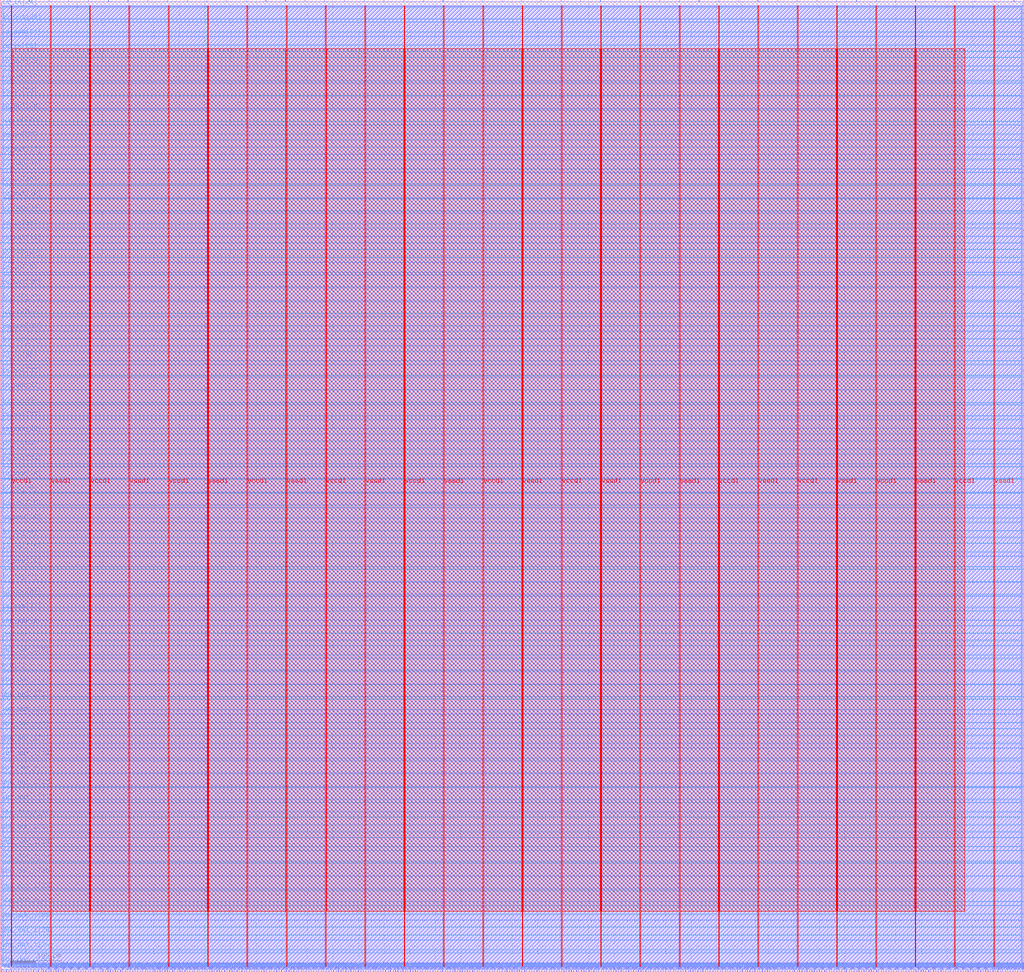
<source format=lef>
VERSION 5.7 ;
  NOWIREEXTENSIONATPIN ON ;
  DIVIDERCHAR "/" ;
  BUSBITCHARS "[]" ;
MACRO user_proj_example
  CLASS BLOCK ;
  FOREIGN user_proj_example ;
  ORIGIN 0.000 0.000 ;
  SIZE 2000.000 BY 1900.000 ;
  PIN io_in[0]
    DIRECTION INPUT ;
    USE SIGNAL ;
    PORT
      LAYER met3 ;
        RECT 1996.000 12.280 2000.000 12.880 ;
    END
  END io_in[0]
  PIN io_in[10]
    DIRECTION INPUT ;
    USE SIGNAL ;
    PORT
      LAYER met3 ;
        RECT 1996.000 761.640 2000.000 762.240 ;
    END
  END io_in[10]
  PIN io_in[11]
    DIRECTION INPUT ;
    USE SIGNAL ;
    PORT
      LAYER met3 ;
        RECT 1996.000 837.120 2000.000 837.720 ;
    END
  END io_in[11]
  PIN io_in[12]
    DIRECTION INPUT ;
    USE SIGNAL ;
    PORT
      LAYER met3 ;
        RECT 1996.000 911.920 2000.000 912.520 ;
    END
  END io_in[12]
  PIN io_in[13]
    DIRECTION INPUT ;
    USE SIGNAL ;
    PORT
      LAYER met3 ;
        RECT 1996.000 986.720 2000.000 987.320 ;
    END
  END io_in[13]
  PIN io_in[14]
    DIRECTION INPUT ;
    USE SIGNAL ;
    PORT
      LAYER met3 ;
        RECT 1996.000 1062.200 2000.000 1062.800 ;
    END
  END io_in[14]
  PIN io_in[15]
    DIRECTION INPUT ;
    USE SIGNAL ;
    PORT
      LAYER met2 ;
        RECT 1980.390 1896.000 1980.670 1900.000 ;
    END
  END io_in[15]
  PIN io_in[16]
    DIRECTION INPUT ;
    USE SIGNAL ;
    PORT
      LAYER met2 ;
        RECT 1864.930 1896.000 1865.210 1900.000 ;
    END
  END io_in[16]
  PIN io_in[17]
    DIRECTION INPUT ;
    USE SIGNAL ;
    PORT
      LAYER met2 ;
        RECT 1749.470 1896.000 1749.750 1900.000 ;
    END
  END io_in[17]
  PIN io_in[18]
    DIRECTION INPUT ;
    USE SIGNAL ;
    PORT
      LAYER met2 ;
        RECT 1634.010 1896.000 1634.290 1900.000 ;
    END
  END io_in[18]
  PIN io_in[19]
    DIRECTION INPUT ;
    USE SIGNAL ;
    PORT
      LAYER met2 ;
        RECT 1519.010 1896.000 1519.290 1900.000 ;
    END
  END io_in[19]
  PIN io_in[1]
    DIRECTION INPUT ;
    USE SIGNAL ;
    PORT
      LAYER met3 ;
        RECT 1996.000 87.080 2000.000 87.680 ;
    END
  END io_in[1]
  PIN io_in[20]
    DIRECTION INPUT ;
    USE SIGNAL ;
    PORT
      LAYER met2 ;
        RECT 1403.550 1896.000 1403.830 1900.000 ;
    END
  END io_in[20]
  PIN io_in[21]
    DIRECTION INPUT ;
    USE SIGNAL ;
    PORT
      LAYER met2 ;
        RECT 1288.090 1896.000 1288.370 1900.000 ;
    END
  END io_in[21]
  PIN io_in[22]
    DIRECTION INPUT ;
    USE SIGNAL ;
    PORT
      LAYER met2 ;
        RECT 1172.630 1896.000 1172.910 1900.000 ;
    END
  END io_in[22]
  PIN io_in[23]
    DIRECTION INPUT ;
    USE SIGNAL ;
    PORT
      LAYER met2 ;
        RECT 1057.170 1896.000 1057.450 1900.000 ;
    END
  END io_in[23]
  PIN io_in[24]
    DIRECTION INPUT ;
    USE SIGNAL ;
    PORT
      LAYER met3 ;
        RECT 0.000 1885.000 4.000 1885.600 ;
    END
  END io_in[24]
  PIN io_in[25]
    DIRECTION INPUT ;
    USE SIGNAL ;
    PORT
      LAYER met3 ;
        RECT 0.000 1798.640 4.000 1799.240 ;
    END
  END io_in[25]
  PIN io_in[26]
    DIRECTION INPUT ;
    USE SIGNAL ;
    PORT
      LAYER met3 ;
        RECT 0.000 1712.280 4.000 1712.880 ;
    END
  END io_in[26]
  PIN io_in[27]
    DIRECTION INPUT ;
    USE SIGNAL ;
    PORT
      LAYER met3 ;
        RECT 0.000 1625.920 4.000 1626.520 ;
    END
  END io_in[27]
  PIN io_in[28]
    DIRECTION INPUT ;
    USE SIGNAL ;
    PORT
      LAYER met3 ;
        RECT 0.000 1539.560 4.000 1540.160 ;
    END
  END io_in[28]
  PIN io_in[29]
    DIRECTION INPUT ;
    USE SIGNAL ;
    PORT
      LAYER met3 ;
        RECT 0.000 1453.200 4.000 1453.800 ;
    END
  END io_in[29]
  PIN io_in[2]
    DIRECTION INPUT ;
    USE SIGNAL ;
    PORT
      LAYER met3 ;
        RECT 1996.000 161.880 2000.000 162.480 ;
    END
  END io_in[2]
  PIN io_in[30]
    DIRECTION INPUT ;
    USE SIGNAL ;
    PORT
      LAYER met3 ;
        RECT 0.000 1366.840 4.000 1367.440 ;
    END
  END io_in[30]
  PIN io_in[31]
    DIRECTION INPUT ;
    USE SIGNAL ;
    PORT
      LAYER met3 ;
        RECT 0.000 1280.480 4.000 1281.080 ;
    END
  END io_in[31]
  PIN io_in[32]
    DIRECTION INPUT ;
    USE SIGNAL ;
    PORT
      LAYER met3 ;
        RECT 0.000 1194.120 4.000 1194.720 ;
    END
  END io_in[32]
  PIN io_in[33]
    DIRECTION INPUT ;
    USE SIGNAL ;
    PORT
      LAYER met3 ;
        RECT 0.000 1107.760 4.000 1108.360 ;
    END
  END io_in[33]
  PIN io_in[34]
    DIRECTION INPUT ;
    USE SIGNAL ;
    PORT
      LAYER met3 ;
        RECT 0.000 1021.400 4.000 1022.000 ;
    END
  END io_in[34]
  PIN io_in[35]
    DIRECTION INPUT ;
    USE SIGNAL ;
    PORT
      LAYER met3 ;
        RECT 0.000 935.040 4.000 935.640 ;
    END
  END io_in[35]
  PIN io_in[36]
    DIRECTION INPUT ;
    USE SIGNAL ;
    PORT
      LAYER met3 ;
        RECT 0.000 848.680 4.000 849.280 ;
    END
  END io_in[36]
  PIN io_in[37]
    DIRECTION INPUT ;
    USE SIGNAL ;
    PORT
      LAYER met3 ;
        RECT 0.000 762.320 4.000 762.920 ;
    END
  END io_in[37]
  PIN io_in[3]
    DIRECTION INPUT ;
    USE SIGNAL ;
    PORT
      LAYER met3 ;
        RECT 1996.000 236.680 2000.000 237.280 ;
    END
  END io_in[3]
  PIN io_in[4]
    DIRECTION INPUT ;
    USE SIGNAL ;
    PORT
      LAYER met3 ;
        RECT 1996.000 312.160 2000.000 312.760 ;
    END
  END io_in[4]
  PIN io_in[5]
    DIRECTION INPUT ;
    USE SIGNAL ;
    PORT
      LAYER met3 ;
        RECT 1996.000 386.960 2000.000 387.560 ;
    END
  END io_in[5]
  PIN io_in[6]
    DIRECTION INPUT ;
    USE SIGNAL ;
    PORT
      LAYER met3 ;
        RECT 1996.000 461.760 2000.000 462.360 ;
    END
  END io_in[6]
  PIN io_in[7]
    DIRECTION INPUT ;
    USE SIGNAL ;
    PORT
      LAYER met3 ;
        RECT 1996.000 537.240 2000.000 537.840 ;
    END
  END io_in[7]
  PIN io_in[8]
    DIRECTION INPUT ;
    USE SIGNAL ;
    PORT
      LAYER met3 ;
        RECT 1996.000 612.040 2000.000 612.640 ;
    END
  END io_in[8]
  PIN io_in[9]
    DIRECTION INPUT ;
    USE SIGNAL ;
    PORT
      LAYER met3 ;
        RECT 1996.000 686.840 2000.000 687.440 ;
    END
  END io_in[9]
  PIN io_oeb[0]
    DIRECTION OUTPUT TRISTATE ;
    USE SIGNAL ;
    PORT
      LAYER met3 ;
        RECT 1996.000 61.920 2000.000 62.520 ;
    END
  END io_oeb[0]
  PIN io_oeb[10]
    DIRECTION OUTPUT TRISTATE ;
    USE SIGNAL ;
    PORT
      LAYER met3 ;
        RECT 1996.000 811.960 2000.000 812.560 ;
    END
  END io_oeb[10]
  PIN io_oeb[11]
    DIRECTION OUTPUT TRISTATE ;
    USE SIGNAL ;
    PORT
      LAYER met3 ;
        RECT 1996.000 886.760 2000.000 887.360 ;
    END
  END io_oeb[11]
  PIN io_oeb[12]
    DIRECTION OUTPUT TRISTATE ;
    USE SIGNAL ;
    PORT
      LAYER met3 ;
        RECT 1996.000 962.240 2000.000 962.840 ;
    END
  END io_oeb[12]
  PIN io_oeb[13]
    DIRECTION OUTPUT TRISTATE ;
    USE SIGNAL ;
    PORT
      LAYER met3 ;
        RECT 1996.000 1037.040 2000.000 1037.640 ;
    END
  END io_oeb[13]
  PIN io_oeb[14]
    DIRECTION OUTPUT TRISTATE ;
    USE SIGNAL ;
    PORT
      LAYER met3 ;
        RECT 1996.000 1111.840 2000.000 1112.440 ;
    END
  END io_oeb[14]
  PIN io_oeb[15]
    DIRECTION OUTPUT TRISTATE ;
    USE SIGNAL ;
    PORT
      LAYER met2 ;
        RECT 1903.570 1896.000 1903.850 1900.000 ;
    END
  END io_oeb[15]
  PIN io_oeb[16]
    DIRECTION OUTPUT TRISTATE ;
    USE SIGNAL ;
    PORT
      LAYER met2 ;
        RECT 1788.110 1896.000 1788.390 1900.000 ;
    END
  END io_oeb[16]
  PIN io_oeb[17]
    DIRECTION OUTPUT TRISTATE ;
    USE SIGNAL ;
    PORT
      LAYER met2 ;
        RECT 1672.650 1896.000 1672.930 1900.000 ;
    END
  END io_oeb[17]
  PIN io_oeb[18]
    DIRECTION OUTPUT TRISTATE ;
    USE SIGNAL ;
    PORT
      LAYER met2 ;
        RECT 1557.190 1896.000 1557.470 1900.000 ;
    END
  END io_oeb[18]
  PIN io_oeb[19]
    DIRECTION OUTPUT TRISTATE ;
    USE SIGNAL ;
    PORT
      LAYER met2 ;
        RECT 1441.730 1896.000 1442.010 1900.000 ;
    END
  END io_oeb[19]
  PIN io_oeb[1]
    DIRECTION OUTPUT TRISTATE ;
    USE SIGNAL ;
    PORT
      LAYER met3 ;
        RECT 1996.000 136.720 2000.000 137.320 ;
    END
  END io_oeb[1]
  PIN io_oeb[20]
    DIRECTION OUTPUT TRISTATE ;
    USE SIGNAL ;
    PORT
      LAYER met2 ;
        RECT 1326.270 1896.000 1326.550 1900.000 ;
    END
  END io_oeb[20]
  PIN io_oeb[21]
    DIRECTION OUTPUT TRISTATE ;
    USE SIGNAL ;
    PORT
      LAYER met2 ;
        RECT 1211.270 1896.000 1211.550 1900.000 ;
    END
  END io_oeb[21]
  PIN io_oeb[22]
    DIRECTION OUTPUT TRISTATE ;
    USE SIGNAL ;
    PORT
      LAYER met2 ;
        RECT 1095.810 1896.000 1096.090 1900.000 ;
    END
  END io_oeb[22]
  PIN io_oeb[23]
    DIRECTION OUTPUT TRISTATE ;
    USE SIGNAL ;
    PORT
      LAYER met2 ;
        RECT 980.350 1896.000 980.630 1900.000 ;
    END
  END io_oeb[23]
  PIN io_oeb[24]
    DIRECTION OUTPUT TRISTATE ;
    USE SIGNAL ;
    PORT
      LAYER met3 ;
        RECT 0.000 1827.880 4.000 1828.480 ;
    END
  END io_oeb[24]
  PIN io_oeb[25]
    DIRECTION OUTPUT TRISTATE ;
    USE SIGNAL ;
    PORT
      LAYER met3 ;
        RECT 0.000 1741.520 4.000 1742.120 ;
    END
  END io_oeb[25]
  PIN io_oeb[26]
    DIRECTION OUTPUT TRISTATE ;
    USE SIGNAL ;
    PORT
      LAYER met3 ;
        RECT 0.000 1655.160 4.000 1655.760 ;
    END
  END io_oeb[26]
  PIN io_oeb[27]
    DIRECTION OUTPUT TRISTATE ;
    USE SIGNAL ;
    PORT
      LAYER met3 ;
        RECT 0.000 1568.800 4.000 1569.400 ;
    END
  END io_oeb[27]
  PIN io_oeb[28]
    DIRECTION OUTPUT TRISTATE ;
    USE SIGNAL ;
    PORT
      LAYER met3 ;
        RECT 0.000 1482.440 4.000 1483.040 ;
    END
  END io_oeb[28]
  PIN io_oeb[29]
    DIRECTION OUTPUT TRISTATE ;
    USE SIGNAL ;
    PORT
      LAYER met3 ;
        RECT 0.000 1396.080 4.000 1396.680 ;
    END
  END io_oeb[29]
  PIN io_oeb[2]
    DIRECTION OUTPUT TRISTATE ;
    USE SIGNAL ;
    PORT
      LAYER met3 ;
        RECT 1996.000 212.200 2000.000 212.800 ;
    END
  END io_oeb[2]
  PIN io_oeb[30]
    DIRECTION OUTPUT TRISTATE ;
    USE SIGNAL ;
    PORT
      LAYER met3 ;
        RECT 0.000 1309.720 4.000 1310.320 ;
    END
  END io_oeb[30]
  PIN io_oeb[31]
    DIRECTION OUTPUT TRISTATE ;
    USE SIGNAL ;
    PORT
      LAYER met3 ;
        RECT 0.000 1223.360 4.000 1223.960 ;
    END
  END io_oeb[31]
  PIN io_oeb[32]
    DIRECTION OUTPUT TRISTATE ;
    USE SIGNAL ;
    PORT
      LAYER met3 ;
        RECT 0.000 1137.000 4.000 1137.600 ;
    END
  END io_oeb[32]
  PIN io_oeb[33]
    DIRECTION OUTPUT TRISTATE ;
    USE SIGNAL ;
    PORT
      LAYER met3 ;
        RECT 0.000 1050.640 4.000 1051.240 ;
    END
  END io_oeb[33]
  PIN io_oeb[34]
    DIRECTION OUTPUT TRISTATE ;
    USE SIGNAL ;
    PORT
      LAYER met3 ;
        RECT 0.000 964.280 4.000 964.880 ;
    END
  END io_oeb[34]
  PIN io_oeb[35]
    DIRECTION OUTPUT TRISTATE ;
    USE SIGNAL ;
    PORT
      LAYER met3 ;
        RECT 0.000 877.920 4.000 878.520 ;
    END
  END io_oeb[35]
  PIN io_oeb[36]
    DIRECTION OUTPUT TRISTATE ;
    USE SIGNAL ;
    PORT
      LAYER met3 ;
        RECT 0.000 791.560 4.000 792.160 ;
    END
  END io_oeb[36]
  PIN io_oeb[37]
    DIRECTION OUTPUT TRISTATE ;
    USE SIGNAL ;
    PORT
      LAYER met3 ;
        RECT 0.000 705.200 4.000 705.800 ;
    END
  END io_oeb[37]
  PIN io_oeb[3]
    DIRECTION OUTPUT TRISTATE ;
    USE SIGNAL ;
    PORT
      LAYER met3 ;
        RECT 1996.000 287.000 2000.000 287.600 ;
    END
  END io_oeb[3]
  PIN io_oeb[4]
    DIRECTION OUTPUT TRISTATE ;
    USE SIGNAL ;
    PORT
      LAYER met3 ;
        RECT 1996.000 361.800 2000.000 362.400 ;
    END
  END io_oeb[4]
  PIN io_oeb[5]
    DIRECTION OUTPUT TRISTATE ;
    USE SIGNAL ;
    PORT
      LAYER met3 ;
        RECT 1996.000 436.600 2000.000 437.200 ;
    END
  END io_oeb[5]
  PIN io_oeb[6]
    DIRECTION OUTPUT TRISTATE ;
    USE SIGNAL ;
    PORT
      LAYER met3 ;
        RECT 1996.000 512.080 2000.000 512.680 ;
    END
  END io_oeb[6]
  PIN io_oeb[7]
    DIRECTION OUTPUT TRISTATE ;
    USE SIGNAL ;
    PORT
      LAYER met3 ;
        RECT 1996.000 586.880 2000.000 587.480 ;
    END
  END io_oeb[7]
  PIN io_oeb[8]
    DIRECTION OUTPUT TRISTATE ;
    USE SIGNAL ;
    PORT
      LAYER met3 ;
        RECT 1996.000 661.680 2000.000 662.280 ;
    END
  END io_oeb[8]
  PIN io_oeb[9]
    DIRECTION OUTPUT TRISTATE ;
    USE SIGNAL ;
    PORT
      LAYER met3 ;
        RECT 1996.000 737.160 2000.000 737.760 ;
    END
  END io_oeb[9]
  PIN io_out[0]
    DIRECTION OUTPUT TRISTATE ;
    USE SIGNAL ;
    PORT
      LAYER met3 ;
        RECT 1996.000 36.760 2000.000 37.360 ;
    END
  END io_out[0]
  PIN io_out[10]
    DIRECTION OUTPUT TRISTATE ;
    USE SIGNAL ;
    PORT
      LAYER met3 ;
        RECT 1996.000 786.800 2000.000 787.400 ;
    END
  END io_out[10]
  PIN io_out[11]
    DIRECTION OUTPUT TRISTATE ;
    USE SIGNAL ;
    PORT
      LAYER met3 ;
        RECT 1996.000 861.600 2000.000 862.200 ;
    END
  END io_out[11]
  PIN io_out[12]
    DIRECTION OUTPUT TRISTATE ;
    USE SIGNAL ;
    PORT
      LAYER met3 ;
        RECT 1996.000 937.080 2000.000 937.680 ;
    END
  END io_out[12]
  PIN io_out[13]
    DIRECTION OUTPUT TRISTATE ;
    USE SIGNAL ;
    PORT
      LAYER met3 ;
        RECT 1996.000 1011.880 2000.000 1012.480 ;
    END
  END io_out[13]
  PIN io_out[14]
    DIRECTION OUTPUT TRISTATE ;
    USE SIGNAL ;
    PORT
      LAYER met3 ;
        RECT 1996.000 1086.680 2000.000 1087.280 ;
    END
  END io_out[14]
  PIN io_out[15]
    DIRECTION OUTPUT TRISTATE ;
    USE SIGNAL ;
    PORT
      LAYER met2 ;
        RECT 1941.750 1896.000 1942.030 1900.000 ;
    END
  END io_out[15]
  PIN io_out[16]
    DIRECTION OUTPUT TRISTATE ;
    USE SIGNAL ;
    PORT
      LAYER met2 ;
        RECT 1826.290 1896.000 1826.570 1900.000 ;
    END
  END io_out[16]
  PIN io_out[17]
    DIRECTION OUTPUT TRISTATE ;
    USE SIGNAL ;
    PORT
      LAYER met2 ;
        RECT 1711.290 1896.000 1711.570 1900.000 ;
    END
  END io_out[17]
  PIN io_out[18]
    DIRECTION OUTPUT TRISTATE ;
    USE SIGNAL ;
    PORT
      LAYER met2 ;
        RECT 1595.830 1896.000 1596.110 1900.000 ;
    END
  END io_out[18]
  PIN io_out[19]
    DIRECTION OUTPUT TRISTATE ;
    USE SIGNAL ;
    PORT
      LAYER met2 ;
        RECT 1480.370 1896.000 1480.650 1900.000 ;
    END
  END io_out[19]
  PIN io_out[1]
    DIRECTION OUTPUT TRISTATE ;
    USE SIGNAL ;
    PORT
      LAYER met3 ;
        RECT 1996.000 112.240 2000.000 112.840 ;
    END
  END io_out[1]
  PIN io_out[20]
    DIRECTION OUTPUT TRISTATE ;
    USE SIGNAL ;
    PORT
      LAYER met2 ;
        RECT 1364.910 1896.000 1365.190 1900.000 ;
    END
  END io_out[20]
  PIN io_out[21]
    DIRECTION OUTPUT TRISTATE ;
    USE SIGNAL ;
    PORT
      LAYER met2 ;
        RECT 1249.450 1896.000 1249.730 1900.000 ;
    END
  END io_out[21]
  PIN io_out[22]
    DIRECTION OUTPUT TRISTATE ;
    USE SIGNAL ;
    PORT
      LAYER met2 ;
        RECT 1133.990 1896.000 1134.270 1900.000 ;
    END
  END io_out[22]
  PIN io_out[23]
    DIRECTION OUTPUT TRISTATE ;
    USE SIGNAL ;
    PORT
      LAYER met2 ;
        RECT 1018.990 1896.000 1019.270 1900.000 ;
    END
  END io_out[23]
  PIN io_out[24]
    DIRECTION OUTPUT TRISTATE ;
    USE SIGNAL ;
    PORT
      LAYER met3 ;
        RECT 0.000 1856.440 4.000 1857.040 ;
    END
  END io_out[24]
  PIN io_out[25]
    DIRECTION OUTPUT TRISTATE ;
    USE SIGNAL ;
    PORT
      LAYER met3 ;
        RECT 0.000 1770.080 4.000 1770.680 ;
    END
  END io_out[25]
  PIN io_out[26]
    DIRECTION OUTPUT TRISTATE ;
    USE SIGNAL ;
    PORT
      LAYER met3 ;
        RECT 0.000 1683.720 4.000 1684.320 ;
    END
  END io_out[26]
  PIN io_out[27]
    DIRECTION OUTPUT TRISTATE ;
    USE SIGNAL ;
    PORT
      LAYER met3 ;
        RECT 0.000 1597.360 4.000 1597.960 ;
    END
  END io_out[27]
  PIN io_out[28]
    DIRECTION OUTPUT TRISTATE ;
    USE SIGNAL ;
    PORT
      LAYER met3 ;
        RECT 0.000 1511.000 4.000 1511.600 ;
    END
  END io_out[28]
  PIN io_out[29]
    DIRECTION OUTPUT TRISTATE ;
    USE SIGNAL ;
    PORT
      LAYER met3 ;
        RECT 0.000 1424.640 4.000 1425.240 ;
    END
  END io_out[29]
  PIN io_out[2]
    DIRECTION OUTPUT TRISTATE ;
    USE SIGNAL ;
    PORT
      LAYER met3 ;
        RECT 1996.000 187.040 2000.000 187.640 ;
    END
  END io_out[2]
  PIN io_out[30]
    DIRECTION OUTPUT TRISTATE ;
    USE SIGNAL ;
    PORT
      LAYER met3 ;
        RECT 0.000 1338.280 4.000 1338.880 ;
    END
  END io_out[30]
  PIN io_out[31]
    DIRECTION OUTPUT TRISTATE ;
    USE SIGNAL ;
    PORT
      LAYER met3 ;
        RECT 0.000 1251.920 4.000 1252.520 ;
    END
  END io_out[31]
  PIN io_out[32]
    DIRECTION OUTPUT TRISTATE ;
    USE SIGNAL ;
    PORT
      LAYER met3 ;
        RECT 0.000 1165.560 4.000 1166.160 ;
    END
  END io_out[32]
  PIN io_out[33]
    DIRECTION OUTPUT TRISTATE ;
    USE SIGNAL ;
    PORT
      LAYER met3 ;
        RECT 0.000 1079.200 4.000 1079.800 ;
    END
  END io_out[33]
  PIN io_out[34]
    DIRECTION OUTPUT TRISTATE ;
    USE SIGNAL ;
    PORT
      LAYER met3 ;
        RECT 0.000 992.840 4.000 993.440 ;
    END
  END io_out[34]
  PIN io_out[35]
    DIRECTION OUTPUT TRISTATE ;
    USE SIGNAL ;
    PORT
      LAYER met3 ;
        RECT 0.000 906.480 4.000 907.080 ;
    END
  END io_out[35]
  PIN io_out[36]
    DIRECTION OUTPUT TRISTATE ;
    USE SIGNAL ;
    PORT
      LAYER met3 ;
        RECT 0.000 820.120 4.000 820.720 ;
    END
  END io_out[36]
  PIN io_out[37]
    DIRECTION OUTPUT TRISTATE ;
    USE SIGNAL ;
    PORT
      LAYER met3 ;
        RECT 0.000 733.760 4.000 734.360 ;
    END
  END io_out[37]
  PIN io_out[3]
    DIRECTION OUTPUT TRISTATE ;
    USE SIGNAL ;
    PORT
      LAYER met3 ;
        RECT 1996.000 261.840 2000.000 262.440 ;
    END
  END io_out[3]
  PIN io_out[4]
    DIRECTION OUTPUT TRISTATE ;
    USE SIGNAL ;
    PORT
      LAYER met3 ;
        RECT 1996.000 336.640 2000.000 337.240 ;
    END
  END io_out[4]
  PIN io_out[5]
    DIRECTION OUTPUT TRISTATE ;
    USE SIGNAL ;
    PORT
      LAYER met3 ;
        RECT 1996.000 412.120 2000.000 412.720 ;
    END
  END io_out[5]
  PIN io_out[6]
    DIRECTION OUTPUT TRISTATE ;
    USE SIGNAL ;
    PORT
      LAYER met3 ;
        RECT 1996.000 486.920 2000.000 487.520 ;
    END
  END io_out[6]
  PIN io_out[7]
    DIRECTION OUTPUT TRISTATE ;
    USE SIGNAL ;
    PORT
      LAYER met3 ;
        RECT 1996.000 561.720 2000.000 562.320 ;
    END
  END io_out[7]
  PIN io_out[8]
    DIRECTION OUTPUT TRISTATE ;
    USE SIGNAL ;
    PORT
      LAYER met3 ;
        RECT 1996.000 637.200 2000.000 637.800 ;
    END
  END io_out[8]
  PIN io_out[9]
    DIRECTION OUTPUT TRISTATE ;
    USE SIGNAL ;
    PORT
      LAYER met3 ;
        RECT 1996.000 712.000 2000.000 712.600 ;
    END
  END io_out[9]
  PIN irq[0]
    DIRECTION OUTPUT TRISTATE ;
    USE SIGNAL ;
    PORT
      LAYER met3 ;
        RECT 0.000 647.400 4.000 648.000 ;
    END
  END irq[0]
  PIN irq[1]
    DIRECTION OUTPUT TRISTATE ;
    USE SIGNAL ;
    PORT
      LAYER met3 ;
        RECT 0.000 589.600 4.000 590.200 ;
    END
  END irq[1]
  PIN irq[2]
    DIRECTION OUTPUT TRISTATE ;
    USE SIGNAL ;
    PORT
      LAYER met3 ;
        RECT 1996.000 1236.960 2000.000 1237.560 ;
    END
  END irq[2]
  PIN la_data_in[0]
    DIRECTION INPUT ;
    USE SIGNAL ;
    PORT
      LAYER met2 ;
        RECT 12.050 0.000 12.330 4.000 ;
    END
  END la_data_in[0]
  PIN la_data_in[100]
    DIRECTION INPUT ;
    USE SIGNAL ;
    PORT
      LAYER met2 ;
        RECT 1464.730 0.000 1465.010 4.000 ;
    END
  END la_data_in[100]
  PIN la_data_in[101]
    DIRECTION INPUT ;
    USE SIGNAL ;
    PORT
      LAYER met2 ;
        RECT 1478.990 0.000 1479.270 4.000 ;
    END
  END la_data_in[101]
  PIN la_data_in[102]
    DIRECTION INPUT ;
    USE SIGNAL ;
    PORT
      LAYER met2 ;
        RECT 1493.710 0.000 1493.990 4.000 ;
    END
  END la_data_in[102]
  PIN la_data_in[103]
    DIRECTION INPUT ;
    USE SIGNAL ;
    PORT
      LAYER met2 ;
        RECT 1508.430 0.000 1508.710 4.000 ;
    END
  END la_data_in[103]
  PIN la_data_in[104]
    DIRECTION INPUT ;
    USE SIGNAL ;
    PORT
      LAYER met2 ;
        RECT 1522.690 0.000 1522.970 4.000 ;
    END
  END la_data_in[104]
  PIN la_data_in[105]
    DIRECTION INPUT ;
    USE SIGNAL ;
    PORT
      LAYER met2 ;
        RECT 1537.410 0.000 1537.690 4.000 ;
    END
  END la_data_in[105]
  PIN la_data_in[106]
    DIRECTION INPUT ;
    USE SIGNAL ;
    PORT
      LAYER met2 ;
        RECT 1551.670 0.000 1551.950 4.000 ;
    END
  END la_data_in[106]
  PIN la_data_in[107]
    DIRECTION INPUT ;
    USE SIGNAL ;
    PORT
      LAYER met2 ;
        RECT 1566.390 0.000 1566.670 4.000 ;
    END
  END la_data_in[107]
  PIN la_data_in[108]
    DIRECTION INPUT ;
    USE SIGNAL ;
    PORT
      LAYER met2 ;
        RECT 1581.110 0.000 1581.390 4.000 ;
    END
  END la_data_in[108]
  PIN la_data_in[109]
    DIRECTION INPUT ;
    USE SIGNAL ;
    PORT
      LAYER met2 ;
        RECT 1595.370 0.000 1595.650 4.000 ;
    END
  END la_data_in[109]
  PIN la_data_in[10]
    DIRECTION INPUT ;
    USE SIGNAL ;
    PORT
      LAYER met2 ;
        RECT 156.950 0.000 157.230 4.000 ;
    END
  END la_data_in[10]
  PIN la_data_in[110]
    DIRECTION INPUT ;
    USE SIGNAL ;
    PORT
      LAYER met2 ;
        RECT 1610.090 0.000 1610.370 4.000 ;
    END
  END la_data_in[110]
  PIN la_data_in[111]
    DIRECTION INPUT ;
    USE SIGNAL ;
    PORT
      LAYER met2 ;
        RECT 1624.350 0.000 1624.630 4.000 ;
    END
  END la_data_in[111]
  PIN la_data_in[112]
    DIRECTION INPUT ;
    USE SIGNAL ;
    PORT
      LAYER met2 ;
        RECT 1639.070 0.000 1639.350 4.000 ;
    END
  END la_data_in[112]
  PIN la_data_in[113]
    DIRECTION INPUT ;
    USE SIGNAL ;
    PORT
      LAYER met2 ;
        RECT 1653.330 0.000 1653.610 4.000 ;
    END
  END la_data_in[113]
  PIN la_data_in[114]
    DIRECTION INPUT ;
    USE SIGNAL ;
    PORT
      LAYER met2 ;
        RECT 1668.050 0.000 1668.330 4.000 ;
    END
  END la_data_in[114]
  PIN la_data_in[115]
    DIRECTION INPUT ;
    USE SIGNAL ;
    PORT
      LAYER met2 ;
        RECT 1682.770 0.000 1683.050 4.000 ;
    END
  END la_data_in[115]
  PIN la_data_in[116]
    DIRECTION INPUT ;
    USE SIGNAL ;
    PORT
      LAYER met2 ;
        RECT 1697.030 0.000 1697.310 4.000 ;
    END
  END la_data_in[116]
  PIN la_data_in[117]
    DIRECTION INPUT ;
    USE SIGNAL ;
    PORT
      LAYER met2 ;
        RECT 1711.750 0.000 1712.030 4.000 ;
    END
  END la_data_in[117]
  PIN la_data_in[118]
    DIRECTION INPUT ;
    USE SIGNAL ;
    PORT
      LAYER met2 ;
        RECT 1726.010 0.000 1726.290 4.000 ;
    END
  END la_data_in[118]
  PIN la_data_in[119]
    DIRECTION INPUT ;
    USE SIGNAL ;
    PORT
      LAYER met2 ;
        RECT 1740.730 0.000 1741.010 4.000 ;
    END
  END la_data_in[119]
  PIN la_data_in[11]
    DIRECTION INPUT ;
    USE SIGNAL ;
    PORT
      LAYER met2 ;
        RECT 171.670 0.000 171.950 4.000 ;
    END
  END la_data_in[11]
  PIN la_data_in[120]
    DIRECTION INPUT ;
    USE SIGNAL ;
    PORT
      LAYER met2 ;
        RECT 1755.450 0.000 1755.730 4.000 ;
    END
  END la_data_in[120]
  PIN la_data_in[121]
    DIRECTION INPUT ;
    USE SIGNAL ;
    PORT
      LAYER met2 ;
        RECT 1769.710 0.000 1769.990 4.000 ;
    END
  END la_data_in[121]
  PIN la_data_in[122]
    DIRECTION INPUT ;
    USE SIGNAL ;
    PORT
      LAYER met2 ;
        RECT 1784.430 0.000 1784.710 4.000 ;
    END
  END la_data_in[122]
  PIN la_data_in[123]
    DIRECTION INPUT ;
    USE SIGNAL ;
    PORT
      LAYER met2 ;
        RECT 1798.690 0.000 1798.970 4.000 ;
    END
  END la_data_in[123]
  PIN la_data_in[124]
    DIRECTION INPUT ;
    USE SIGNAL ;
    PORT
      LAYER met2 ;
        RECT 1813.410 0.000 1813.690 4.000 ;
    END
  END la_data_in[124]
  PIN la_data_in[125]
    DIRECTION INPUT ;
    USE SIGNAL ;
    PORT
      LAYER met2 ;
        RECT 1827.670 0.000 1827.950 4.000 ;
    END
  END la_data_in[125]
  PIN la_data_in[126]
    DIRECTION INPUT ;
    USE SIGNAL ;
    PORT
      LAYER met2 ;
        RECT 1842.390 0.000 1842.670 4.000 ;
    END
  END la_data_in[126]
  PIN la_data_in[127]
    DIRECTION INPUT ;
    USE SIGNAL ;
    PORT
      LAYER met2 ;
        RECT 1857.110 0.000 1857.390 4.000 ;
    END
  END la_data_in[127]
  PIN la_data_in[12]
    DIRECTION INPUT ;
    USE SIGNAL ;
    PORT
      LAYER met2 ;
        RECT 186.390 0.000 186.670 4.000 ;
    END
  END la_data_in[12]
  PIN la_data_in[13]
    DIRECTION INPUT ;
    USE SIGNAL ;
    PORT
      LAYER met2 ;
        RECT 200.650 0.000 200.930 4.000 ;
    END
  END la_data_in[13]
  PIN la_data_in[14]
    DIRECTION INPUT ;
    USE SIGNAL ;
    PORT
      LAYER met2 ;
        RECT 215.370 0.000 215.650 4.000 ;
    END
  END la_data_in[14]
  PIN la_data_in[15]
    DIRECTION INPUT ;
    USE SIGNAL ;
    PORT
      LAYER met2 ;
        RECT 229.630 0.000 229.910 4.000 ;
    END
  END la_data_in[15]
  PIN la_data_in[16]
    DIRECTION INPUT ;
    USE SIGNAL ;
    PORT
      LAYER met2 ;
        RECT 244.350 0.000 244.630 4.000 ;
    END
  END la_data_in[16]
  PIN la_data_in[17]
    DIRECTION INPUT ;
    USE SIGNAL ;
    PORT
      LAYER met2 ;
        RECT 258.610 0.000 258.890 4.000 ;
    END
  END la_data_in[17]
  PIN la_data_in[18]
    DIRECTION INPUT ;
    USE SIGNAL ;
    PORT
      LAYER met2 ;
        RECT 273.330 0.000 273.610 4.000 ;
    END
  END la_data_in[18]
  PIN la_data_in[19]
    DIRECTION INPUT ;
    USE SIGNAL ;
    PORT
      LAYER met2 ;
        RECT 288.050 0.000 288.330 4.000 ;
    END
  END la_data_in[19]
  PIN la_data_in[1]
    DIRECTION INPUT ;
    USE SIGNAL ;
    PORT
      LAYER met2 ;
        RECT 26.310 0.000 26.590 4.000 ;
    END
  END la_data_in[1]
  PIN la_data_in[20]
    DIRECTION INPUT ;
    USE SIGNAL ;
    PORT
      LAYER met2 ;
        RECT 302.310 0.000 302.590 4.000 ;
    END
  END la_data_in[20]
  PIN la_data_in[21]
    DIRECTION INPUT ;
    USE SIGNAL ;
    PORT
      LAYER met2 ;
        RECT 317.030 0.000 317.310 4.000 ;
    END
  END la_data_in[21]
  PIN la_data_in[22]
    DIRECTION INPUT ;
    USE SIGNAL ;
    PORT
      LAYER met2 ;
        RECT 331.290 0.000 331.570 4.000 ;
    END
  END la_data_in[22]
  PIN la_data_in[23]
    DIRECTION INPUT ;
    USE SIGNAL ;
    PORT
      LAYER met2 ;
        RECT 346.010 0.000 346.290 4.000 ;
    END
  END la_data_in[23]
  PIN la_data_in[24]
    DIRECTION INPUT ;
    USE SIGNAL ;
    PORT
      LAYER met2 ;
        RECT 360.730 0.000 361.010 4.000 ;
    END
  END la_data_in[24]
  PIN la_data_in[25]
    DIRECTION INPUT ;
    USE SIGNAL ;
    PORT
      LAYER met2 ;
        RECT 374.990 0.000 375.270 4.000 ;
    END
  END la_data_in[25]
  PIN la_data_in[26]
    DIRECTION INPUT ;
    USE SIGNAL ;
    PORT
      LAYER met2 ;
        RECT 389.710 0.000 389.990 4.000 ;
    END
  END la_data_in[26]
  PIN la_data_in[27]
    DIRECTION INPUT ;
    USE SIGNAL ;
    PORT
      LAYER met2 ;
        RECT 403.970 0.000 404.250 4.000 ;
    END
  END la_data_in[27]
  PIN la_data_in[28]
    DIRECTION INPUT ;
    USE SIGNAL ;
    PORT
      LAYER met2 ;
        RECT 418.690 0.000 418.970 4.000 ;
    END
  END la_data_in[28]
  PIN la_data_in[29]
    DIRECTION INPUT ;
    USE SIGNAL ;
    PORT
      LAYER met2 ;
        RECT 432.950 0.000 433.230 4.000 ;
    END
  END la_data_in[29]
  PIN la_data_in[2]
    DIRECTION INPUT ;
    USE SIGNAL ;
    PORT
      LAYER met2 ;
        RECT 41.030 0.000 41.310 4.000 ;
    END
  END la_data_in[2]
  PIN la_data_in[30]
    DIRECTION INPUT ;
    USE SIGNAL ;
    PORT
      LAYER met2 ;
        RECT 447.670 0.000 447.950 4.000 ;
    END
  END la_data_in[30]
  PIN la_data_in[31]
    DIRECTION INPUT ;
    USE SIGNAL ;
    PORT
      LAYER met2 ;
        RECT 462.390 0.000 462.670 4.000 ;
    END
  END la_data_in[31]
  PIN la_data_in[32]
    DIRECTION INPUT ;
    USE SIGNAL ;
    PORT
      LAYER met2 ;
        RECT 476.650 0.000 476.930 4.000 ;
    END
  END la_data_in[32]
  PIN la_data_in[33]
    DIRECTION INPUT ;
    USE SIGNAL ;
    PORT
      LAYER met2 ;
        RECT 491.370 0.000 491.650 4.000 ;
    END
  END la_data_in[33]
  PIN la_data_in[34]
    DIRECTION INPUT ;
    USE SIGNAL ;
    PORT
      LAYER met2 ;
        RECT 505.630 0.000 505.910 4.000 ;
    END
  END la_data_in[34]
  PIN la_data_in[35]
    DIRECTION INPUT ;
    USE SIGNAL ;
    PORT
      LAYER met2 ;
        RECT 520.350 0.000 520.630 4.000 ;
    END
  END la_data_in[35]
  PIN la_data_in[36]
    DIRECTION INPUT ;
    USE SIGNAL ;
    PORT
      LAYER met2 ;
        RECT 535.070 0.000 535.350 4.000 ;
    END
  END la_data_in[36]
  PIN la_data_in[37]
    DIRECTION INPUT ;
    USE SIGNAL ;
    PORT
      LAYER met2 ;
        RECT 549.330 0.000 549.610 4.000 ;
    END
  END la_data_in[37]
  PIN la_data_in[38]
    DIRECTION INPUT ;
    USE SIGNAL ;
    PORT
      LAYER met2 ;
        RECT 564.050 0.000 564.330 4.000 ;
    END
  END la_data_in[38]
  PIN la_data_in[39]
    DIRECTION INPUT ;
    USE SIGNAL ;
    PORT
      LAYER met2 ;
        RECT 578.310 0.000 578.590 4.000 ;
    END
  END la_data_in[39]
  PIN la_data_in[3]
    DIRECTION INPUT ;
    USE SIGNAL ;
    PORT
      LAYER met2 ;
        RECT 55.290 0.000 55.570 4.000 ;
    END
  END la_data_in[3]
  PIN la_data_in[40]
    DIRECTION INPUT ;
    USE SIGNAL ;
    PORT
      LAYER met2 ;
        RECT 593.030 0.000 593.310 4.000 ;
    END
  END la_data_in[40]
  PIN la_data_in[41]
    DIRECTION INPUT ;
    USE SIGNAL ;
    PORT
      LAYER met2 ;
        RECT 607.290 0.000 607.570 4.000 ;
    END
  END la_data_in[41]
  PIN la_data_in[42]
    DIRECTION INPUT ;
    USE SIGNAL ;
    PORT
      LAYER met2 ;
        RECT 622.010 0.000 622.290 4.000 ;
    END
  END la_data_in[42]
  PIN la_data_in[43]
    DIRECTION INPUT ;
    USE SIGNAL ;
    PORT
      LAYER met2 ;
        RECT 636.730 0.000 637.010 4.000 ;
    END
  END la_data_in[43]
  PIN la_data_in[44]
    DIRECTION INPUT ;
    USE SIGNAL ;
    PORT
      LAYER met2 ;
        RECT 650.990 0.000 651.270 4.000 ;
    END
  END la_data_in[44]
  PIN la_data_in[45]
    DIRECTION INPUT ;
    USE SIGNAL ;
    PORT
      LAYER met2 ;
        RECT 665.710 0.000 665.990 4.000 ;
    END
  END la_data_in[45]
  PIN la_data_in[46]
    DIRECTION INPUT ;
    USE SIGNAL ;
    PORT
      LAYER met2 ;
        RECT 679.970 0.000 680.250 4.000 ;
    END
  END la_data_in[46]
  PIN la_data_in[47]
    DIRECTION INPUT ;
    USE SIGNAL ;
    PORT
      LAYER met2 ;
        RECT 694.690 0.000 694.970 4.000 ;
    END
  END la_data_in[47]
  PIN la_data_in[48]
    DIRECTION INPUT ;
    USE SIGNAL ;
    PORT
      LAYER met2 ;
        RECT 709.410 0.000 709.690 4.000 ;
    END
  END la_data_in[48]
  PIN la_data_in[49]
    DIRECTION INPUT ;
    USE SIGNAL ;
    PORT
      LAYER met2 ;
        RECT 723.670 0.000 723.950 4.000 ;
    END
  END la_data_in[49]
  PIN la_data_in[4]
    DIRECTION INPUT ;
    USE SIGNAL ;
    PORT
      LAYER met2 ;
        RECT 70.010 0.000 70.290 4.000 ;
    END
  END la_data_in[4]
  PIN la_data_in[50]
    DIRECTION INPUT ;
    USE SIGNAL ;
    PORT
      LAYER met2 ;
        RECT 738.390 0.000 738.670 4.000 ;
    END
  END la_data_in[50]
  PIN la_data_in[51]
    DIRECTION INPUT ;
    USE SIGNAL ;
    PORT
      LAYER met2 ;
        RECT 752.650 0.000 752.930 4.000 ;
    END
  END la_data_in[51]
  PIN la_data_in[52]
    DIRECTION INPUT ;
    USE SIGNAL ;
    PORT
      LAYER met2 ;
        RECT 767.370 0.000 767.650 4.000 ;
    END
  END la_data_in[52]
  PIN la_data_in[53]
    DIRECTION INPUT ;
    USE SIGNAL ;
    PORT
      LAYER met2 ;
        RECT 781.630 0.000 781.910 4.000 ;
    END
  END la_data_in[53]
  PIN la_data_in[54]
    DIRECTION INPUT ;
    USE SIGNAL ;
    PORT
      LAYER met2 ;
        RECT 796.350 0.000 796.630 4.000 ;
    END
  END la_data_in[54]
  PIN la_data_in[55]
    DIRECTION INPUT ;
    USE SIGNAL ;
    PORT
      LAYER met2 ;
        RECT 811.070 0.000 811.350 4.000 ;
    END
  END la_data_in[55]
  PIN la_data_in[56]
    DIRECTION INPUT ;
    USE SIGNAL ;
    PORT
      LAYER met2 ;
        RECT 825.330 0.000 825.610 4.000 ;
    END
  END la_data_in[56]
  PIN la_data_in[57]
    DIRECTION INPUT ;
    USE SIGNAL ;
    PORT
      LAYER met2 ;
        RECT 840.050 0.000 840.330 4.000 ;
    END
  END la_data_in[57]
  PIN la_data_in[58]
    DIRECTION INPUT ;
    USE SIGNAL ;
    PORT
      LAYER met2 ;
        RECT 854.310 0.000 854.590 4.000 ;
    END
  END la_data_in[58]
  PIN la_data_in[59]
    DIRECTION INPUT ;
    USE SIGNAL ;
    PORT
      LAYER met2 ;
        RECT 869.030 0.000 869.310 4.000 ;
    END
  END la_data_in[59]
  PIN la_data_in[5]
    DIRECTION INPUT ;
    USE SIGNAL ;
    PORT
      LAYER met2 ;
        RECT 84.270 0.000 84.550 4.000 ;
    END
  END la_data_in[5]
  PIN la_data_in[60]
    DIRECTION INPUT ;
    USE SIGNAL ;
    PORT
      LAYER met2 ;
        RECT 883.750 0.000 884.030 4.000 ;
    END
  END la_data_in[60]
  PIN la_data_in[61]
    DIRECTION INPUT ;
    USE SIGNAL ;
    PORT
      LAYER met2 ;
        RECT 898.010 0.000 898.290 4.000 ;
    END
  END la_data_in[61]
  PIN la_data_in[62]
    DIRECTION INPUT ;
    USE SIGNAL ;
    PORT
      LAYER met2 ;
        RECT 912.730 0.000 913.010 4.000 ;
    END
  END la_data_in[62]
  PIN la_data_in[63]
    DIRECTION INPUT ;
    USE SIGNAL ;
    PORT
      LAYER met2 ;
        RECT 926.990 0.000 927.270 4.000 ;
    END
  END la_data_in[63]
  PIN la_data_in[64]
    DIRECTION INPUT ;
    USE SIGNAL ;
    PORT
      LAYER met2 ;
        RECT 941.710 0.000 941.990 4.000 ;
    END
  END la_data_in[64]
  PIN la_data_in[65]
    DIRECTION INPUT ;
    USE SIGNAL ;
    PORT
      LAYER met2 ;
        RECT 955.970 0.000 956.250 4.000 ;
    END
  END la_data_in[65]
  PIN la_data_in[66]
    DIRECTION INPUT ;
    USE SIGNAL ;
    PORT
      LAYER met2 ;
        RECT 970.690 0.000 970.970 4.000 ;
    END
  END la_data_in[66]
  PIN la_data_in[67]
    DIRECTION INPUT ;
    USE SIGNAL ;
    PORT
      LAYER met2 ;
        RECT 985.410 0.000 985.690 4.000 ;
    END
  END la_data_in[67]
  PIN la_data_in[68]
    DIRECTION INPUT ;
    USE SIGNAL ;
    PORT
      LAYER met2 ;
        RECT 999.670 0.000 999.950 4.000 ;
    END
  END la_data_in[68]
  PIN la_data_in[69]
    DIRECTION INPUT ;
    USE SIGNAL ;
    PORT
      LAYER met2 ;
        RECT 1014.390 0.000 1014.670 4.000 ;
    END
  END la_data_in[69]
  PIN la_data_in[6]
    DIRECTION INPUT ;
    USE SIGNAL ;
    PORT
      LAYER met2 ;
        RECT 98.990 0.000 99.270 4.000 ;
    END
  END la_data_in[6]
  PIN la_data_in[70]
    DIRECTION INPUT ;
    USE SIGNAL ;
    PORT
      LAYER met2 ;
        RECT 1028.650 0.000 1028.930 4.000 ;
    END
  END la_data_in[70]
  PIN la_data_in[71]
    DIRECTION INPUT ;
    USE SIGNAL ;
    PORT
      LAYER met2 ;
        RECT 1043.370 0.000 1043.650 4.000 ;
    END
  END la_data_in[71]
  PIN la_data_in[72]
    DIRECTION INPUT ;
    USE SIGNAL ;
    PORT
      LAYER met2 ;
        RECT 1058.090 0.000 1058.370 4.000 ;
    END
  END la_data_in[72]
  PIN la_data_in[73]
    DIRECTION INPUT ;
    USE SIGNAL ;
    PORT
      LAYER met2 ;
        RECT 1072.350 0.000 1072.630 4.000 ;
    END
  END la_data_in[73]
  PIN la_data_in[74]
    DIRECTION INPUT ;
    USE SIGNAL ;
    PORT
      LAYER met2 ;
        RECT 1087.070 0.000 1087.350 4.000 ;
    END
  END la_data_in[74]
  PIN la_data_in[75]
    DIRECTION INPUT ;
    USE SIGNAL ;
    PORT
      LAYER met2 ;
        RECT 1101.330 0.000 1101.610 4.000 ;
    END
  END la_data_in[75]
  PIN la_data_in[76]
    DIRECTION INPUT ;
    USE SIGNAL ;
    PORT
      LAYER met2 ;
        RECT 1116.050 0.000 1116.330 4.000 ;
    END
  END la_data_in[76]
  PIN la_data_in[77]
    DIRECTION INPUT ;
    USE SIGNAL ;
    PORT
      LAYER met2 ;
        RECT 1130.310 0.000 1130.590 4.000 ;
    END
  END la_data_in[77]
  PIN la_data_in[78]
    DIRECTION INPUT ;
    USE SIGNAL ;
    PORT
      LAYER met2 ;
        RECT 1145.030 0.000 1145.310 4.000 ;
    END
  END la_data_in[78]
  PIN la_data_in[79]
    DIRECTION INPUT ;
    USE SIGNAL ;
    PORT
      LAYER met2 ;
        RECT 1159.750 0.000 1160.030 4.000 ;
    END
  END la_data_in[79]
  PIN la_data_in[7]
    DIRECTION INPUT ;
    USE SIGNAL ;
    PORT
      LAYER met2 ;
        RECT 113.710 0.000 113.990 4.000 ;
    END
  END la_data_in[7]
  PIN la_data_in[80]
    DIRECTION INPUT ;
    USE SIGNAL ;
    PORT
      LAYER met2 ;
        RECT 1174.010 0.000 1174.290 4.000 ;
    END
  END la_data_in[80]
  PIN la_data_in[81]
    DIRECTION INPUT ;
    USE SIGNAL ;
    PORT
      LAYER met2 ;
        RECT 1188.730 0.000 1189.010 4.000 ;
    END
  END la_data_in[81]
  PIN la_data_in[82]
    DIRECTION INPUT ;
    USE SIGNAL ;
    PORT
      LAYER met2 ;
        RECT 1202.990 0.000 1203.270 4.000 ;
    END
  END la_data_in[82]
  PIN la_data_in[83]
    DIRECTION INPUT ;
    USE SIGNAL ;
    PORT
      LAYER met2 ;
        RECT 1217.710 0.000 1217.990 4.000 ;
    END
  END la_data_in[83]
  PIN la_data_in[84]
    DIRECTION INPUT ;
    USE SIGNAL ;
    PORT
      LAYER met2 ;
        RECT 1232.430 0.000 1232.710 4.000 ;
    END
  END la_data_in[84]
  PIN la_data_in[85]
    DIRECTION INPUT ;
    USE SIGNAL ;
    PORT
      LAYER met2 ;
        RECT 1246.690 0.000 1246.970 4.000 ;
    END
  END la_data_in[85]
  PIN la_data_in[86]
    DIRECTION INPUT ;
    USE SIGNAL ;
    PORT
      LAYER met2 ;
        RECT 1261.410 0.000 1261.690 4.000 ;
    END
  END la_data_in[86]
  PIN la_data_in[87]
    DIRECTION INPUT ;
    USE SIGNAL ;
    PORT
      LAYER met2 ;
        RECT 1275.670 0.000 1275.950 4.000 ;
    END
  END la_data_in[87]
  PIN la_data_in[88]
    DIRECTION INPUT ;
    USE SIGNAL ;
    PORT
      LAYER met2 ;
        RECT 1290.390 0.000 1290.670 4.000 ;
    END
  END la_data_in[88]
  PIN la_data_in[89]
    DIRECTION INPUT ;
    USE SIGNAL ;
    PORT
      LAYER met2 ;
        RECT 1304.650 0.000 1304.930 4.000 ;
    END
  END la_data_in[89]
  PIN la_data_in[8]
    DIRECTION INPUT ;
    USE SIGNAL ;
    PORT
      LAYER met2 ;
        RECT 127.970 0.000 128.250 4.000 ;
    END
  END la_data_in[8]
  PIN la_data_in[90]
    DIRECTION INPUT ;
    USE SIGNAL ;
    PORT
      LAYER met2 ;
        RECT 1319.370 0.000 1319.650 4.000 ;
    END
  END la_data_in[90]
  PIN la_data_in[91]
    DIRECTION INPUT ;
    USE SIGNAL ;
    PORT
      LAYER met2 ;
        RECT 1334.090 0.000 1334.370 4.000 ;
    END
  END la_data_in[91]
  PIN la_data_in[92]
    DIRECTION INPUT ;
    USE SIGNAL ;
    PORT
      LAYER met2 ;
        RECT 1348.350 0.000 1348.630 4.000 ;
    END
  END la_data_in[92]
  PIN la_data_in[93]
    DIRECTION INPUT ;
    USE SIGNAL ;
    PORT
      LAYER met2 ;
        RECT 1363.070 0.000 1363.350 4.000 ;
    END
  END la_data_in[93]
  PIN la_data_in[94]
    DIRECTION INPUT ;
    USE SIGNAL ;
    PORT
      LAYER met2 ;
        RECT 1377.330 0.000 1377.610 4.000 ;
    END
  END la_data_in[94]
  PIN la_data_in[95]
    DIRECTION INPUT ;
    USE SIGNAL ;
    PORT
      LAYER met2 ;
        RECT 1392.050 0.000 1392.330 4.000 ;
    END
  END la_data_in[95]
  PIN la_data_in[96]
    DIRECTION INPUT ;
    USE SIGNAL ;
    PORT
      LAYER met2 ;
        RECT 1406.770 0.000 1407.050 4.000 ;
    END
  END la_data_in[96]
  PIN la_data_in[97]
    DIRECTION INPUT ;
    USE SIGNAL ;
    PORT
      LAYER met2 ;
        RECT 1421.030 0.000 1421.310 4.000 ;
    END
  END la_data_in[97]
  PIN la_data_in[98]
    DIRECTION INPUT ;
    USE SIGNAL ;
    PORT
      LAYER met2 ;
        RECT 1435.750 0.000 1436.030 4.000 ;
    END
  END la_data_in[98]
  PIN la_data_in[99]
    DIRECTION INPUT ;
    USE SIGNAL ;
    PORT
      LAYER met2 ;
        RECT 1450.010 0.000 1450.290 4.000 ;
    END
  END la_data_in[99]
  PIN la_data_in[9]
    DIRECTION INPUT ;
    USE SIGNAL ;
    PORT
      LAYER met2 ;
        RECT 142.690 0.000 142.970 4.000 ;
    END
  END la_data_in[9]
  PIN la_data_out[0]
    DIRECTION OUTPUT TRISTATE ;
    USE SIGNAL ;
    PORT
      LAYER met2 ;
        RECT 16.650 0.000 16.930 4.000 ;
    END
  END la_data_out[0]
  PIN la_data_out[100]
    DIRECTION OUTPUT TRISTATE ;
    USE SIGNAL ;
    PORT
      LAYER met2 ;
        RECT 1469.330 0.000 1469.610 4.000 ;
    END
  END la_data_out[100]
  PIN la_data_out[101]
    DIRECTION OUTPUT TRISTATE ;
    USE SIGNAL ;
    PORT
      LAYER met2 ;
        RECT 1484.050 0.000 1484.330 4.000 ;
    END
  END la_data_out[101]
  PIN la_data_out[102]
    DIRECTION OUTPUT TRISTATE ;
    USE SIGNAL ;
    PORT
      LAYER met2 ;
        RECT 1498.770 0.000 1499.050 4.000 ;
    END
  END la_data_out[102]
  PIN la_data_out[103]
    DIRECTION OUTPUT TRISTATE ;
    USE SIGNAL ;
    PORT
      LAYER met2 ;
        RECT 1513.030 0.000 1513.310 4.000 ;
    END
  END la_data_out[103]
  PIN la_data_out[104]
    DIRECTION OUTPUT TRISTATE ;
    USE SIGNAL ;
    PORT
      LAYER met2 ;
        RECT 1527.750 0.000 1528.030 4.000 ;
    END
  END la_data_out[104]
  PIN la_data_out[105]
    DIRECTION OUTPUT TRISTATE ;
    USE SIGNAL ;
    PORT
      LAYER met2 ;
        RECT 1542.010 0.000 1542.290 4.000 ;
    END
  END la_data_out[105]
  PIN la_data_out[106]
    DIRECTION OUTPUT TRISTATE ;
    USE SIGNAL ;
    PORT
      LAYER met2 ;
        RECT 1556.730 0.000 1557.010 4.000 ;
    END
  END la_data_out[106]
  PIN la_data_out[107]
    DIRECTION OUTPUT TRISTATE ;
    USE SIGNAL ;
    PORT
      LAYER met2 ;
        RECT 1571.450 0.000 1571.730 4.000 ;
    END
  END la_data_out[107]
  PIN la_data_out[108]
    DIRECTION OUTPUT TRISTATE ;
    USE SIGNAL ;
    PORT
      LAYER met2 ;
        RECT 1585.710 0.000 1585.990 4.000 ;
    END
  END la_data_out[108]
  PIN la_data_out[109]
    DIRECTION OUTPUT TRISTATE ;
    USE SIGNAL ;
    PORT
      LAYER met2 ;
        RECT 1600.430 0.000 1600.710 4.000 ;
    END
  END la_data_out[109]
  PIN la_data_out[10]
    DIRECTION OUTPUT TRISTATE ;
    USE SIGNAL ;
    PORT
      LAYER met2 ;
        RECT 162.010 0.000 162.290 4.000 ;
    END
  END la_data_out[10]
  PIN la_data_out[110]
    DIRECTION OUTPUT TRISTATE ;
    USE SIGNAL ;
    PORT
      LAYER met2 ;
        RECT 1614.690 0.000 1614.970 4.000 ;
    END
  END la_data_out[110]
  PIN la_data_out[111]
    DIRECTION OUTPUT TRISTATE ;
    USE SIGNAL ;
    PORT
      LAYER met2 ;
        RECT 1629.410 0.000 1629.690 4.000 ;
    END
  END la_data_out[111]
  PIN la_data_out[112]
    DIRECTION OUTPUT TRISTATE ;
    USE SIGNAL ;
    PORT
      LAYER met2 ;
        RECT 1643.670 0.000 1643.950 4.000 ;
    END
  END la_data_out[112]
  PIN la_data_out[113]
    DIRECTION OUTPUT TRISTATE ;
    USE SIGNAL ;
    PORT
      LAYER met2 ;
        RECT 1658.390 0.000 1658.670 4.000 ;
    END
  END la_data_out[113]
  PIN la_data_out[114]
    DIRECTION OUTPUT TRISTATE ;
    USE SIGNAL ;
    PORT
      LAYER met2 ;
        RECT 1673.110 0.000 1673.390 4.000 ;
    END
  END la_data_out[114]
  PIN la_data_out[115]
    DIRECTION OUTPUT TRISTATE ;
    USE SIGNAL ;
    PORT
      LAYER met2 ;
        RECT 1687.370 0.000 1687.650 4.000 ;
    END
  END la_data_out[115]
  PIN la_data_out[116]
    DIRECTION OUTPUT TRISTATE ;
    USE SIGNAL ;
    PORT
      LAYER met2 ;
        RECT 1702.090 0.000 1702.370 4.000 ;
    END
  END la_data_out[116]
  PIN la_data_out[117]
    DIRECTION OUTPUT TRISTATE ;
    USE SIGNAL ;
    PORT
      LAYER met2 ;
        RECT 1716.350 0.000 1716.630 4.000 ;
    END
  END la_data_out[117]
  PIN la_data_out[118]
    DIRECTION OUTPUT TRISTATE ;
    USE SIGNAL ;
    PORT
      LAYER met2 ;
        RECT 1731.070 0.000 1731.350 4.000 ;
    END
  END la_data_out[118]
  PIN la_data_out[119]
    DIRECTION OUTPUT TRISTATE ;
    USE SIGNAL ;
    PORT
      LAYER met2 ;
        RECT 1745.790 0.000 1746.070 4.000 ;
    END
  END la_data_out[119]
  PIN la_data_out[11]
    DIRECTION OUTPUT TRISTATE ;
    USE SIGNAL ;
    PORT
      LAYER met2 ;
        RECT 176.730 0.000 177.010 4.000 ;
    END
  END la_data_out[11]
  PIN la_data_out[120]
    DIRECTION OUTPUT TRISTATE ;
    USE SIGNAL ;
    PORT
      LAYER met2 ;
        RECT 1760.050 0.000 1760.330 4.000 ;
    END
  END la_data_out[120]
  PIN la_data_out[121]
    DIRECTION OUTPUT TRISTATE ;
    USE SIGNAL ;
    PORT
      LAYER met2 ;
        RECT 1774.770 0.000 1775.050 4.000 ;
    END
  END la_data_out[121]
  PIN la_data_out[122]
    DIRECTION OUTPUT TRISTATE ;
    USE SIGNAL ;
    PORT
      LAYER met2 ;
        RECT 1789.030 0.000 1789.310 4.000 ;
    END
  END la_data_out[122]
  PIN la_data_out[123]
    DIRECTION OUTPUT TRISTATE ;
    USE SIGNAL ;
    PORT
      LAYER met2 ;
        RECT 1803.750 0.000 1804.030 4.000 ;
    END
  END la_data_out[123]
  PIN la_data_out[124]
    DIRECTION OUTPUT TRISTATE ;
    USE SIGNAL ;
    PORT
      LAYER met2 ;
        RECT 1818.010 0.000 1818.290 4.000 ;
    END
  END la_data_out[124]
  PIN la_data_out[125]
    DIRECTION OUTPUT TRISTATE ;
    USE SIGNAL ;
    PORT
      LAYER met2 ;
        RECT 1832.730 0.000 1833.010 4.000 ;
    END
  END la_data_out[125]
  PIN la_data_out[126]
    DIRECTION OUTPUT TRISTATE ;
    USE SIGNAL ;
    PORT
      LAYER met2 ;
        RECT 1847.450 0.000 1847.730 4.000 ;
    END
  END la_data_out[126]
  PIN la_data_out[127]
    DIRECTION OUTPUT TRISTATE ;
    USE SIGNAL ;
    PORT
      LAYER met2 ;
        RECT 1861.710 0.000 1861.990 4.000 ;
    END
  END la_data_out[127]
  PIN la_data_out[12]
    DIRECTION OUTPUT TRISTATE ;
    USE SIGNAL ;
    PORT
      LAYER met2 ;
        RECT 190.990 0.000 191.270 4.000 ;
    END
  END la_data_out[12]
  PIN la_data_out[13]
    DIRECTION OUTPUT TRISTATE ;
    USE SIGNAL ;
    PORT
      LAYER met2 ;
        RECT 205.710 0.000 205.990 4.000 ;
    END
  END la_data_out[13]
  PIN la_data_out[14]
    DIRECTION OUTPUT TRISTATE ;
    USE SIGNAL ;
    PORT
      LAYER met2 ;
        RECT 219.970 0.000 220.250 4.000 ;
    END
  END la_data_out[14]
  PIN la_data_out[15]
    DIRECTION OUTPUT TRISTATE ;
    USE SIGNAL ;
    PORT
      LAYER met2 ;
        RECT 234.690 0.000 234.970 4.000 ;
    END
  END la_data_out[15]
  PIN la_data_out[16]
    DIRECTION OUTPUT TRISTATE ;
    USE SIGNAL ;
    PORT
      LAYER met2 ;
        RECT 248.950 0.000 249.230 4.000 ;
    END
  END la_data_out[16]
  PIN la_data_out[17]
    DIRECTION OUTPUT TRISTATE ;
    USE SIGNAL ;
    PORT
      LAYER met2 ;
        RECT 263.670 0.000 263.950 4.000 ;
    END
  END la_data_out[17]
  PIN la_data_out[18]
    DIRECTION OUTPUT TRISTATE ;
    USE SIGNAL ;
    PORT
      LAYER met2 ;
        RECT 278.390 0.000 278.670 4.000 ;
    END
  END la_data_out[18]
  PIN la_data_out[19]
    DIRECTION OUTPUT TRISTATE ;
    USE SIGNAL ;
    PORT
      LAYER met2 ;
        RECT 292.650 0.000 292.930 4.000 ;
    END
  END la_data_out[19]
  PIN la_data_out[1]
    DIRECTION OUTPUT TRISTATE ;
    USE SIGNAL ;
    PORT
      LAYER met2 ;
        RECT 31.370 0.000 31.650 4.000 ;
    END
  END la_data_out[1]
  PIN la_data_out[20]
    DIRECTION OUTPUT TRISTATE ;
    USE SIGNAL ;
    PORT
      LAYER met2 ;
        RECT 307.370 0.000 307.650 4.000 ;
    END
  END la_data_out[20]
  PIN la_data_out[21]
    DIRECTION OUTPUT TRISTATE ;
    USE SIGNAL ;
    PORT
      LAYER met2 ;
        RECT 321.630 0.000 321.910 4.000 ;
    END
  END la_data_out[21]
  PIN la_data_out[22]
    DIRECTION OUTPUT TRISTATE ;
    USE SIGNAL ;
    PORT
      LAYER met2 ;
        RECT 336.350 0.000 336.630 4.000 ;
    END
  END la_data_out[22]
  PIN la_data_out[23]
    DIRECTION OUTPUT TRISTATE ;
    USE SIGNAL ;
    PORT
      LAYER met2 ;
        RECT 351.070 0.000 351.350 4.000 ;
    END
  END la_data_out[23]
  PIN la_data_out[24]
    DIRECTION OUTPUT TRISTATE ;
    USE SIGNAL ;
    PORT
      LAYER met2 ;
        RECT 365.330 0.000 365.610 4.000 ;
    END
  END la_data_out[24]
  PIN la_data_out[25]
    DIRECTION OUTPUT TRISTATE ;
    USE SIGNAL ;
    PORT
      LAYER met2 ;
        RECT 380.050 0.000 380.330 4.000 ;
    END
  END la_data_out[25]
  PIN la_data_out[26]
    DIRECTION OUTPUT TRISTATE ;
    USE SIGNAL ;
    PORT
      LAYER met2 ;
        RECT 394.310 0.000 394.590 4.000 ;
    END
  END la_data_out[26]
  PIN la_data_out[27]
    DIRECTION OUTPUT TRISTATE ;
    USE SIGNAL ;
    PORT
      LAYER met2 ;
        RECT 409.030 0.000 409.310 4.000 ;
    END
  END la_data_out[27]
  PIN la_data_out[28]
    DIRECTION OUTPUT TRISTATE ;
    USE SIGNAL ;
    PORT
      LAYER met2 ;
        RECT 423.290 0.000 423.570 4.000 ;
    END
  END la_data_out[28]
  PIN la_data_out[29]
    DIRECTION OUTPUT TRISTATE ;
    USE SIGNAL ;
    PORT
      LAYER met2 ;
        RECT 438.010 0.000 438.290 4.000 ;
    END
  END la_data_out[29]
  PIN la_data_out[2]
    DIRECTION OUTPUT TRISTATE ;
    USE SIGNAL ;
    PORT
      LAYER met2 ;
        RECT 45.630 0.000 45.910 4.000 ;
    END
  END la_data_out[2]
  PIN la_data_out[30]
    DIRECTION OUTPUT TRISTATE ;
    USE SIGNAL ;
    PORT
      LAYER met2 ;
        RECT 452.730 0.000 453.010 4.000 ;
    END
  END la_data_out[30]
  PIN la_data_out[31]
    DIRECTION OUTPUT TRISTATE ;
    USE SIGNAL ;
    PORT
      LAYER met2 ;
        RECT 466.990 0.000 467.270 4.000 ;
    END
  END la_data_out[31]
  PIN la_data_out[32]
    DIRECTION OUTPUT TRISTATE ;
    USE SIGNAL ;
    PORT
      LAYER met2 ;
        RECT 481.710 0.000 481.990 4.000 ;
    END
  END la_data_out[32]
  PIN la_data_out[33]
    DIRECTION OUTPUT TRISTATE ;
    USE SIGNAL ;
    PORT
      LAYER met2 ;
        RECT 495.970 0.000 496.250 4.000 ;
    END
  END la_data_out[33]
  PIN la_data_out[34]
    DIRECTION OUTPUT TRISTATE ;
    USE SIGNAL ;
    PORT
      LAYER met2 ;
        RECT 510.690 0.000 510.970 4.000 ;
    END
  END la_data_out[34]
  PIN la_data_out[35]
    DIRECTION OUTPUT TRISTATE ;
    USE SIGNAL ;
    PORT
      LAYER met2 ;
        RECT 525.410 0.000 525.690 4.000 ;
    END
  END la_data_out[35]
  PIN la_data_out[36]
    DIRECTION OUTPUT TRISTATE ;
    USE SIGNAL ;
    PORT
      LAYER met2 ;
        RECT 539.670 0.000 539.950 4.000 ;
    END
  END la_data_out[36]
  PIN la_data_out[37]
    DIRECTION OUTPUT TRISTATE ;
    USE SIGNAL ;
    PORT
      LAYER met2 ;
        RECT 554.390 0.000 554.670 4.000 ;
    END
  END la_data_out[37]
  PIN la_data_out[38]
    DIRECTION OUTPUT TRISTATE ;
    USE SIGNAL ;
    PORT
      LAYER met2 ;
        RECT 568.650 0.000 568.930 4.000 ;
    END
  END la_data_out[38]
  PIN la_data_out[39]
    DIRECTION OUTPUT TRISTATE ;
    USE SIGNAL ;
    PORT
      LAYER met2 ;
        RECT 583.370 0.000 583.650 4.000 ;
    END
  END la_data_out[39]
  PIN la_data_out[3]
    DIRECTION OUTPUT TRISTATE ;
    USE SIGNAL ;
    PORT
      LAYER met2 ;
        RECT 60.350 0.000 60.630 4.000 ;
    END
  END la_data_out[3]
  PIN la_data_out[40]
    DIRECTION OUTPUT TRISTATE ;
    USE SIGNAL ;
    PORT
      LAYER met2 ;
        RECT 597.630 0.000 597.910 4.000 ;
    END
  END la_data_out[40]
  PIN la_data_out[41]
    DIRECTION OUTPUT TRISTATE ;
    USE SIGNAL ;
    PORT
      LAYER met2 ;
        RECT 612.350 0.000 612.630 4.000 ;
    END
  END la_data_out[41]
  PIN la_data_out[42]
    DIRECTION OUTPUT TRISTATE ;
    USE SIGNAL ;
    PORT
      LAYER met2 ;
        RECT 627.070 0.000 627.350 4.000 ;
    END
  END la_data_out[42]
  PIN la_data_out[43]
    DIRECTION OUTPUT TRISTATE ;
    USE SIGNAL ;
    PORT
      LAYER met2 ;
        RECT 641.330 0.000 641.610 4.000 ;
    END
  END la_data_out[43]
  PIN la_data_out[44]
    DIRECTION OUTPUT TRISTATE ;
    USE SIGNAL ;
    PORT
      LAYER met2 ;
        RECT 656.050 0.000 656.330 4.000 ;
    END
  END la_data_out[44]
  PIN la_data_out[45]
    DIRECTION OUTPUT TRISTATE ;
    USE SIGNAL ;
    PORT
      LAYER met2 ;
        RECT 670.310 0.000 670.590 4.000 ;
    END
  END la_data_out[45]
  PIN la_data_out[46]
    DIRECTION OUTPUT TRISTATE ;
    USE SIGNAL ;
    PORT
      LAYER met2 ;
        RECT 685.030 0.000 685.310 4.000 ;
    END
  END la_data_out[46]
  PIN la_data_out[47]
    DIRECTION OUTPUT TRISTATE ;
    USE SIGNAL ;
    PORT
      LAYER met2 ;
        RECT 699.750 0.000 700.030 4.000 ;
    END
  END la_data_out[47]
  PIN la_data_out[48]
    DIRECTION OUTPUT TRISTATE ;
    USE SIGNAL ;
    PORT
      LAYER met2 ;
        RECT 714.010 0.000 714.290 4.000 ;
    END
  END la_data_out[48]
  PIN la_data_out[49]
    DIRECTION OUTPUT TRISTATE ;
    USE SIGNAL ;
    PORT
      LAYER met2 ;
        RECT 728.730 0.000 729.010 4.000 ;
    END
  END la_data_out[49]
  PIN la_data_out[4]
    DIRECTION OUTPUT TRISTATE ;
    USE SIGNAL ;
    PORT
      LAYER met2 ;
        RECT 74.610 0.000 74.890 4.000 ;
    END
  END la_data_out[4]
  PIN la_data_out[50]
    DIRECTION OUTPUT TRISTATE ;
    USE SIGNAL ;
    PORT
      LAYER met2 ;
        RECT 742.990 0.000 743.270 4.000 ;
    END
  END la_data_out[50]
  PIN la_data_out[51]
    DIRECTION OUTPUT TRISTATE ;
    USE SIGNAL ;
    PORT
      LAYER met2 ;
        RECT 757.710 0.000 757.990 4.000 ;
    END
  END la_data_out[51]
  PIN la_data_out[52]
    DIRECTION OUTPUT TRISTATE ;
    USE SIGNAL ;
    PORT
      LAYER met2 ;
        RECT 771.970 0.000 772.250 4.000 ;
    END
  END la_data_out[52]
  PIN la_data_out[53]
    DIRECTION OUTPUT TRISTATE ;
    USE SIGNAL ;
    PORT
      LAYER met2 ;
        RECT 786.690 0.000 786.970 4.000 ;
    END
  END la_data_out[53]
  PIN la_data_out[54]
    DIRECTION OUTPUT TRISTATE ;
    USE SIGNAL ;
    PORT
      LAYER met2 ;
        RECT 801.410 0.000 801.690 4.000 ;
    END
  END la_data_out[54]
  PIN la_data_out[55]
    DIRECTION OUTPUT TRISTATE ;
    USE SIGNAL ;
    PORT
      LAYER met2 ;
        RECT 815.670 0.000 815.950 4.000 ;
    END
  END la_data_out[55]
  PIN la_data_out[56]
    DIRECTION OUTPUT TRISTATE ;
    USE SIGNAL ;
    PORT
      LAYER met2 ;
        RECT 830.390 0.000 830.670 4.000 ;
    END
  END la_data_out[56]
  PIN la_data_out[57]
    DIRECTION OUTPUT TRISTATE ;
    USE SIGNAL ;
    PORT
      LAYER met2 ;
        RECT 844.650 0.000 844.930 4.000 ;
    END
  END la_data_out[57]
  PIN la_data_out[58]
    DIRECTION OUTPUT TRISTATE ;
    USE SIGNAL ;
    PORT
      LAYER met2 ;
        RECT 859.370 0.000 859.650 4.000 ;
    END
  END la_data_out[58]
  PIN la_data_out[59]
    DIRECTION OUTPUT TRISTATE ;
    USE SIGNAL ;
    PORT
      LAYER met2 ;
        RECT 874.090 0.000 874.370 4.000 ;
    END
  END la_data_out[59]
  PIN la_data_out[5]
    DIRECTION OUTPUT TRISTATE ;
    USE SIGNAL ;
    PORT
      LAYER met2 ;
        RECT 89.330 0.000 89.610 4.000 ;
    END
  END la_data_out[5]
  PIN la_data_out[60]
    DIRECTION OUTPUT TRISTATE ;
    USE SIGNAL ;
    PORT
      LAYER met2 ;
        RECT 888.350 0.000 888.630 4.000 ;
    END
  END la_data_out[60]
  PIN la_data_out[61]
    DIRECTION OUTPUT TRISTATE ;
    USE SIGNAL ;
    PORT
      LAYER met2 ;
        RECT 903.070 0.000 903.350 4.000 ;
    END
  END la_data_out[61]
  PIN la_data_out[62]
    DIRECTION OUTPUT TRISTATE ;
    USE SIGNAL ;
    PORT
      LAYER met2 ;
        RECT 917.330 0.000 917.610 4.000 ;
    END
  END la_data_out[62]
  PIN la_data_out[63]
    DIRECTION OUTPUT TRISTATE ;
    USE SIGNAL ;
    PORT
      LAYER met2 ;
        RECT 932.050 0.000 932.330 4.000 ;
    END
  END la_data_out[63]
  PIN la_data_out[64]
    DIRECTION OUTPUT TRISTATE ;
    USE SIGNAL ;
    PORT
      LAYER met2 ;
        RECT 946.310 0.000 946.590 4.000 ;
    END
  END la_data_out[64]
  PIN la_data_out[65]
    DIRECTION OUTPUT TRISTATE ;
    USE SIGNAL ;
    PORT
      LAYER met2 ;
        RECT 961.030 0.000 961.310 4.000 ;
    END
  END la_data_out[65]
  PIN la_data_out[66]
    DIRECTION OUTPUT TRISTATE ;
    USE SIGNAL ;
    PORT
      LAYER met2 ;
        RECT 975.750 0.000 976.030 4.000 ;
    END
  END la_data_out[66]
  PIN la_data_out[67]
    DIRECTION OUTPUT TRISTATE ;
    USE SIGNAL ;
    PORT
      LAYER met2 ;
        RECT 990.010 0.000 990.290 4.000 ;
    END
  END la_data_out[67]
  PIN la_data_out[68]
    DIRECTION OUTPUT TRISTATE ;
    USE SIGNAL ;
    PORT
      LAYER met2 ;
        RECT 1004.730 0.000 1005.010 4.000 ;
    END
  END la_data_out[68]
  PIN la_data_out[69]
    DIRECTION OUTPUT TRISTATE ;
    USE SIGNAL ;
    PORT
      LAYER met2 ;
        RECT 1018.990 0.000 1019.270 4.000 ;
    END
  END la_data_out[69]
  PIN la_data_out[6]
    DIRECTION OUTPUT TRISTATE ;
    USE SIGNAL ;
    PORT
      LAYER met2 ;
        RECT 104.050 0.000 104.330 4.000 ;
    END
  END la_data_out[6]
  PIN la_data_out[70]
    DIRECTION OUTPUT TRISTATE ;
    USE SIGNAL ;
    PORT
      LAYER met2 ;
        RECT 1033.710 0.000 1033.990 4.000 ;
    END
  END la_data_out[70]
  PIN la_data_out[71]
    DIRECTION OUTPUT TRISTATE ;
    USE SIGNAL ;
    PORT
      LAYER met2 ;
        RECT 1048.430 0.000 1048.710 4.000 ;
    END
  END la_data_out[71]
  PIN la_data_out[72]
    DIRECTION OUTPUT TRISTATE ;
    USE SIGNAL ;
    PORT
      LAYER met2 ;
        RECT 1062.690 0.000 1062.970 4.000 ;
    END
  END la_data_out[72]
  PIN la_data_out[73]
    DIRECTION OUTPUT TRISTATE ;
    USE SIGNAL ;
    PORT
      LAYER met2 ;
        RECT 1077.410 0.000 1077.690 4.000 ;
    END
  END la_data_out[73]
  PIN la_data_out[74]
    DIRECTION OUTPUT TRISTATE ;
    USE SIGNAL ;
    PORT
      LAYER met2 ;
        RECT 1091.670 0.000 1091.950 4.000 ;
    END
  END la_data_out[74]
  PIN la_data_out[75]
    DIRECTION OUTPUT TRISTATE ;
    USE SIGNAL ;
    PORT
      LAYER met2 ;
        RECT 1106.390 0.000 1106.670 4.000 ;
    END
  END la_data_out[75]
  PIN la_data_out[76]
    DIRECTION OUTPUT TRISTATE ;
    USE SIGNAL ;
    PORT
      LAYER met2 ;
        RECT 1120.650 0.000 1120.930 4.000 ;
    END
  END la_data_out[76]
  PIN la_data_out[77]
    DIRECTION OUTPUT TRISTATE ;
    USE SIGNAL ;
    PORT
      LAYER met2 ;
        RECT 1135.370 0.000 1135.650 4.000 ;
    END
  END la_data_out[77]
  PIN la_data_out[78]
    DIRECTION OUTPUT TRISTATE ;
    USE SIGNAL ;
    PORT
      LAYER met2 ;
        RECT 1150.090 0.000 1150.370 4.000 ;
    END
  END la_data_out[78]
  PIN la_data_out[79]
    DIRECTION OUTPUT TRISTATE ;
    USE SIGNAL ;
    PORT
      LAYER met2 ;
        RECT 1164.350 0.000 1164.630 4.000 ;
    END
  END la_data_out[79]
  PIN la_data_out[7]
    DIRECTION OUTPUT TRISTATE ;
    USE SIGNAL ;
    PORT
      LAYER met2 ;
        RECT 118.310 0.000 118.590 4.000 ;
    END
  END la_data_out[7]
  PIN la_data_out[80]
    DIRECTION OUTPUT TRISTATE ;
    USE SIGNAL ;
    PORT
      LAYER met2 ;
        RECT 1179.070 0.000 1179.350 4.000 ;
    END
  END la_data_out[80]
  PIN la_data_out[81]
    DIRECTION OUTPUT TRISTATE ;
    USE SIGNAL ;
    PORT
      LAYER met2 ;
        RECT 1193.330 0.000 1193.610 4.000 ;
    END
  END la_data_out[81]
  PIN la_data_out[82]
    DIRECTION OUTPUT TRISTATE ;
    USE SIGNAL ;
    PORT
      LAYER met2 ;
        RECT 1208.050 0.000 1208.330 4.000 ;
    END
  END la_data_out[82]
  PIN la_data_out[83]
    DIRECTION OUTPUT TRISTATE ;
    USE SIGNAL ;
    PORT
      LAYER met2 ;
        RECT 1222.770 0.000 1223.050 4.000 ;
    END
  END la_data_out[83]
  PIN la_data_out[84]
    DIRECTION OUTPUT TRISTATE ;
    USE SIGNAL ;
    PORT
      LAYER met2 ;
        RECT 1237.030 0.000 1237.310 4.000 ;
    END
  END la_data_out[84]
  PIN la_data_out[85]
    DIRECTION OUTPUT TRISTATE ;
    USE SIGNAL ;
    PORT
      LAYER met2 ;
        RECT 1251.750 0.000 1252.030 4.000 ;
    END
  END la_data_out[85]
  PIN la_data_out[86]
    DIRECTION OUTPUT TRISTATE ;
    USE SIGNAL ;
    PORT
      LAYER met2 ;
        RECT 1266.010 0.000 1266.290 4.000 ;
    END
  END la_data_out[86]
  PIN la_data_out[87]
    DIRECTION OUTPUT TRISTATE ;
    USE SIGNAL ;
    PORT
      LAYER met2 ;
        RECT 1280.730 0.000 1281.010 4.000 ;
    END
  END la_data_out[87]
  PIN la_data_out[88]
    DIRECTION OUTPUT TRISTATE ;
    USE SIGNAL ;
    PORT
      LAYER met2 ;
        RECT 1294.990 0.000 1295.270 4.000 ;
    END
  END la_data_out[88]
  PIN la_data_out[89]
    DIRECTION OUTPUT TRISTATE ;
    USE SIGNAL ;
    PORT
      LAYER met2 ;
        RECT 1309.710 0.000 1309.990 4.000 ;
    END
  END la_data_out[89]
  PIN la_data_out[8]
    DIRECTION OUTPUT TRISTATE ;
    USE SIGNAL ;
    PORT
      LAYER met2 ;
        RECT 133.030 0.000 133.310 4.000 ;
    END
  END la_data_out[8]
  PIN la_data_out[90]
    DIRECTION OUTPUT TRISTATE ;
    USE SIGNAL ;
    PORT
      LAYER met2 ;
        RECT 1324.430 0.000 1324.710 4.000 ;
    END
  END la_data_out[90]
  PIN la_data_out[91]
    DIRECTION OUTPUT TRISTATE ;
    USE SIGNAL ;
    PORT
      LAYER met2 ;
        RECT 1338.690 0.000 1338.970 4.000 ;
    END
  END la_data_out[91]
  PIN la_data_out[92]
    DIRECTION OUTPUT TRISTATE ;
    USE SIGNAL ;
    PORT
      LAYER met2 ;
        RECT 1353.410 0.000 1353.690 4.000 ;
    END
  END la_data_out[92]
  PIN la_data_out[93]
    DIRECTION OUTPUT TRISTATE ;
    USE SIGNAL ;
    PORT
      LAYER met2 ;
        RECT 1367.670 0.000 1367.950 4.000 ;
    END
  END la_data_out[93]
  PIN la_data_out[94]
    DIRECTION OUTPUT TRISTATE ;
    USE SIGNAL ;
    PORT
      LAYER met2 ;
        RECT 1382.390 0.000 1382.670 4.000 ;
    END
  END la_data_out[94]
  PIN la_data_out[95]
    DIRECTION OUTPUT TRISTATE ;
    USE SIGNAL ;
    PORT
      LAYER met2 ;
        RECT 1397.110 0.000 1397.390 4.000 ;
    END
  END la_data_out[95]
  PIN la_data_out[96]
    DIRECTION OUTPUT TRISTATE ;
    USE SIGNAL ;
    PORT
      LAYER met2 ;
        RECT 1411.370 0.000 1411.650 4.000 ;
    END
  END la_data_out[96]
  PIN la_data_out[97]
    DIRECTION OUTPUT TRISTATE ;
    USE SIGNAL ;
    PORT
      LAYER met2 ;
        RECT 1426.090 0.000 1426.370 4.000 ;
    END
  END la_data_out[97]
  PIN la_data_out[98]
    DIRECTION OUTPUT TRISTATE ;
    USE SIGNAL ;
    PORT
      LAYER met2 ;
        RECT 1440.350 0.000 1440.630 4.000 ;
    END
  END la_data_out[98]
  PIN la_data_out[99]
    DIRECTION OUTPUT TRISTATE ;
    USE SIGNAL ;
    PORT
      LAYER met2 ;
        RECT 1455.070 0.000 1455.350 4.000 ;
    END
  END la_data_out[99]
  PIN la_data_out[9]
    DIRECTION OUTPUT TRISTATE ;
    USE SIGNAL ;
    PORT
      LAYER met2 ;
        RECT 147.290 0.000 147.570 4.000 ;
    END
  END la_data_out[9]
  PIN la_oenb[0]
    DIRECTION INPUT ;
    USE SIGNAL ;
    PORT
      LAYER met2 ;
        RECT 21.710 0.000 21.990 4.000 ;
    END
  END la_oenb[0]
  PIN la_oenb[100]
    DIRECTION INPUT ;
    USE SIGNAL ;
    PORT
      LAYER met2 ;
        RECT 1474.390 0.000 1474.670 4.000 ;
    END
  END la_oenb[100]
  PIN la_oenb[101]
    DIRECTION INPUT ;
    USE SIGNAL ;
    PORT
      LAYER met2 ;
        RECT 1489.110 0.000 1489.390 4.000 ;
    END
  END la_oenb[101]
  PIN la_oenb[102]
    DIRECTION INPUT ;
    USE SIGNAL ;
    PORT
      LAYER met2 ;
        RECT 1503.370 0.000 1503.650 4.000 ;
    END
  END la_oenb[102]
  PIN la_oenb[103]
    DIRECTION INPUT ;
    USE SIGNAL ;
    PORT
      LAYER met2 ;
        RECT 1518.090 0.000 1518.370 4.000 ;
    END
  END la_oenb[103]
  PIN la_oenb[104]
    DIRECTION INPUT ;
    USE SIGNAL ;
    PORT
      LAYER met2 ;
        RECT 1532.350 0.000 1532.630 4.000 ;
    END
  END la_oenb[104]
  PIN la_oenb[105]
    DIRECTION INPUT ;
    USE SIGNAL ;
    PORT
      LAYER met2 ;
        RECT 1547.070 0.000 1547.350 4.000 ;
    END
  END la_oenb[105]
  PIN la_oenb[106]
    DIRECTION INPUT ;
    USE SIGNAL ;
    PORT
      LAYER met2 ;
        RECT 1561.330 0.000 1561.610 4.000 ;
    END
  END la_oenb[106]
  PIN la_oenb[107]
    DIRECTION INPUT ;
    USE SIGNAL ;
    PORT
      LAYER met2 ;
        RECT 1576.050 0.000 1576.330 4.000 ;
    END
  END la_oenb[107]
  PIN la_oenb[108]
    DIRECTION INPUT ;
    USE SIGNAL ;
    PORT
      LAYER met2 ;
        RECT 1590.770 0.000 1591.050 4.000 ;
    END
  END la_oenb[108]
  PIN la_oenb[109]
    DIRECTION INPUT ;
    USE SIGNAL ;
    PORT
      LAYER met2 ;
        RECT 1605.030 0.000 1605.310 4.000 ;
    END
  END la_oenb[109]
  PIN la_oenb[10]
    DIRECTION INPUT ;
    USE SIGNAL ;
    PORT
      LAYER met2 ;
        RECT 166.610 0.000 166.890 4.000 ;
    END
  END la_oenb[10]
  PIN la_oenb[110]
    DIRECTION INPUT ;
    USE SIGNAL ;
    PORT
      LAYER met2 ;
        RECT 1619.750 0.000 1620.030 4.000 ;
    END
  END la_oenb[110]
  PIN la_oenb[111]
    DIRECTION INPUT ;
    USE SIGNAL ;
    PORT
      LAYER met2 ;
        RECT 1634.010 0.000 1634.290 4.000 ;
    END
  END la_oenb[111]
  PIN la_oenb[112]
    DIRECTION INPUT ;
    USE SIGNAL ;
    PORT
      LAYER met2 ;
        RECT 1648.730 0.000 1649.010 4.000 ;
    END
  END la_oenb[112]
  PIN la_oenb[113]
    DIRECTION INPUT ;
    USE SIGNAL ;
    PORT
      LAYER met2 ;
        RECT 1663.450 0.000 1663.730 4.000 ;
    END
  END la_oenb[113]
  PIN la_oenb[114]
    DIRECTION INPUT ;
    USE SIGNAL ;
    PORT
      LAYER met2 ;
        RECT 1677.710 0.000 1677.990 4.000 ;
    END
  END la_oenb[114]
  PIN la_oenb[115]
    DIRECTION INPUT ;
    USE SIGNAL ;
    PORT
      LAYER met2 ;
        RECT 1692.430 0.000 1692.710 4.000 ;
    END
  END la_oenb[115]
  PIN la_oenb[116]
    DIRECTION INPUT ;
    USE SIGNAL ;
    PORT
      LAYER met2 ;
        RECT 1706.690 0.000 1706.970 4.000 ;
    END
  END la_oenb[116]
  PIN la_oenb[117]
    DIRECTION INPUT ;
    USE SIGNAL ;
    PORT
      LAYER met2 ;
        RECT 1721.410 0.000 1721.690 4.000 ;
    END
  END la_oenb[117]
  PIN la_oenb[118]
    DIRECTION INPUT ;
    USE SIGNAL ;
    PORT
      LAYER met2 ;
        RECT 1735.670 0.000 1735.950 4.000 ;
    END
  END la_oenb[118]
  PIN la_oenb[119]
    DIRECTION INPUT ;
    USE SIGNAL ;
    PORT
      LAYER met2 ;
        RECT 1750.390 0.000 1750.670 4.000 ;
    END
  END la_oenb[119]
  PIN la_oenb[11]
    DIRECTION INPUT ;
    USE SIGNAL ;
    PORT
      LAYER met2 ;
        RECT 181.330 0.000 181.610 4.000 ;
    END
  END la_oenb[11]
  PIN la_oenb[120]
    DIRECTION INPUT ;
    USE SIGNAL ;
    PORT
      LAYER met2 ;
        RECT 1765.110 0.000 1765.390 4.000 ;
    END
  END la_oenb[120]
  PIN la_oenb[121]
    DIRECTION INPUT ;
    USE SIGNAL ;
    PORT
      LAYER met2 ;
        RECT 1779.370 0.000 1779.650 4.000 ;
    END
  END la_oenb[121]
  PIN la_oenb[122]
    DIRECTION INPUT ;
    USE SIGNAL ;
    PORT
      LAYER met2 ;
        RECT 1794.090 0.000 1794.370 4.000 ;
    END
  END la_oenb[122]
  PIN la_oenb[123]
    DIRECTION INPUT ;
    USE SIGNAL ;
    PORT
      LAYER met2 ;
        RECT 1808.350 0.000 1808.630 4.000 ;
    END
  END la_oenb[123]
  PIN la_oenb[124]
    DIRECTION INPUT ;
    USE SIGNAL ;
    PORT
      LAYER met2 ;
        RECT 1823.070 0.000 1823.350 4.000 ;
    END
  END la_oenb[124]
  PIN la_oenb[125]
    DIRECTION INPUT ;
    USE SIGNAL ;
    PORT
      LAYER met2 ;
        RECT 1837.790 0.000 1838.070 4.000 ;
    END
  END la_oenb[125]
  PIN la_oenb[126]
    DIRECTION INPUT ;
    USE SIGNAL ;
    PORT
      LAYER met2 ;
        RECT 1852.050 0.000 1852.330 4.000 ;
    END
  END la_oenb[126]
  PIN la_oenb[127]
    DIRECTION INPUT ;
    USE SIGNAL ;
    PORT
      LAYER met2 ;
        RECT 1866.770 0.000 1867.050 4.000 ;
    END
  END la_oenb[127]
  PIN la_oenb[12]
    DIRECTION INPUT ;
    USE SIGNAL ;
    PORT
      LAYER met2 ;
        RECT 196.050 0.000 196.330 4.000 ;
    END
  END la_oenb[12]
  PIN la_oenb[13]
    DIRECTION INPUT ;
    USE SIGNAL ;
    PORT
      LAYER met2 ;
        RECT 210.310 0.000 210.590 4.000 ;
    END
  END la_oenb[13]
  PIN la_oenb[14]
    DIRECTION INPUT ;
    USE SIGNAL ;
    PORT
      LAYER met2 ;
        RECT 225.030 0.000 225.310 4.000 ;
    END
  END la_oenb[14]
  PIN la_oenb[15]
    DIRECTION INPUT ;
    USE SIGNAL ;
    PORT
      LAYER met2 ;
        RECT 239.290 0.000 239.570 4.000 ;
    END
  END la_oenb[15]
  PIN la_oenb[16]
    DIRECTION INPUT ;
    USE SIGNAL ;
    PORT
      LAYER met2 ;
        RECT 254.010 0.000 254.290 4.000 ;
    END
  END la_oenb[16]
  PIN la_oenb[17]
    DIRECTION INPUT ;
    USE SIGNAL ;
    PORT
      LAYER met2 ;
        RECT 268.730 0.000 269.010 4.000 ;
    END
  END la_oenb[17]
  PIN la_oenb[18]
    DIRECTION INPUT ;
    USE SIGNAL ;
    PORT
      LAYER met2 ;
        RECT 282.990 0.000 283.270 4.000 ;
    END
  END la_oenb[18]
  PIN la_oenb[19]
    DIRECTION INPUT ;
    USE SIGNAL ;
    PORT
      LAYER met2 ;
        RECT 297.710 0.000 297.990 4.000 ;
    END
  END la_oenb[19]
  PIN la_oenb[1]
    DIRECTION INPUT ;
    USE SIGNAL ;
    PORT
      LAYER met2 ;
        RECT 35.970 0.000 36.250 4.000 ;
    END
  END la_oenb[1]
  PIN la_oenb[20]
    DIRECTION INPUT ;
    USE SIGNAL ;
    PORT
      LAYER met2 ;
        RECT 311.970 0.000 312.250 4.000 ;
    END
  END la_oenb[20]
  PIN la_oenb[21]
    DIRECTION INPUT ;
    USE SIGNAL ;
    PORT
      LAYER met2 ;
        RECT 326.690 0.000 326.970 4.000 ;
    END
  END la_oenb[21]
  PIN la_oenb[22]
    DIRECTION INPUT ;
    USE SIGNAL ;
    PORT
      LAYER met2 ;
        RECT 340.950 0.000 341.230 4.000 ;
    END
  END la_oenb[22]
  PIN la_oenb[23]
    DIRECTION INPUT ;
    USE SIGNAL ;
    PORT
      LAYER met2 ;
        RECT 355.670 0.000 355.950 4.000 ;
    END
  END la_oenb[23]
  PIN la_oenb[24]
    DIRECTION INPUT ;
    USE SIGNAL ;
    PORT
      LAYER met2 ;
        RECT 370.390 0.000 370.670 4.000 ;
    END
  END la_oenb[24]
  PIN la_oenb[25]
    DIRECTION INPUT ;
    USE SIGNAL ;
    PORT
      LAYER met2 ;
        RECT 384.650 0.000 384.930 4.000 ;
    END
  END la_oenb[25]
  PIN la_oenb[26]
    DIRECTION INPUT ;
    USE SIGNAL ;
    PORT
      LAYER met2 ;
        RECT 399.370 0.000 399.650 4.000 ;
    END
  END la_oenb[26]
  PIN la_oenb[27]
    DIRECTION INPUT ;
    USE SIGNAL ;
    PORT
      LAYER met2 ;
        RECT 413.630 0.000 413.910 4.000 ;
    END
  END la_oenb[27]
  PIN la_oenb[28]
    DIRECTION INPUT ;
    USE SIGNAL ;
    PORT
      LAYER met2 ;
        RECT 428.350 0.000 428.630 4.000 ;
    END
  END la_oenb[28]
  PIN la_oenb[29]
    DIRECTION INPUT ;
    USE SIGNAL ;
    PORT
      LAYER met2 ;
        RECT 443.070 0.000 443.350 4.000 ;
    END
  END la_oenb[29]
  PIN la_oenb[2]
    DIRECTION INPUT ;
    USE SIGNAL ;
    PORT
      LAYER met2 ;
        RECT 50.690 0.000 50.970 4.000 ;
    END
  END la_oenb[2]
  PIN la_oenb[30]
    DIRECTION INPUT ;
    USE SIGNAL ;
    PORT
      LAYER met2 ;
        RECT 457.330 0.000 457.610 4.000 ;
    END
  END la_oenb[30]
  PIN la_oenb[31]
    DIRECTION INPUT ;
    USE SIGNAL ;
    PORT
      LAYER met2 ;
        RECT 472.050 0.000 472.330 4.000 ;
    END
  END la_oenb[31]
  PIN la_oenb[32]
    DIRECTION INPUT ;
    USE SIGNAL ;
    PORT
      LAYER met2 ;
        RECT 486.310 0.000 486.590 4.000 ;
    END
  END la_oenb[32]
  PIN la_oenb[33]
    DIRECTION INPUT ;
    USE SIGNAL ;
    PORT
      LAYER met2 ;
        RECT 501.030 0.000 501.310 4.000 ;
    END
  END la_oenb[33]
  PIN la_oenb[34]
    DIRECTION INPUT ;
    USE SIGNAL ;
    PORT
      LAYER met2 ;
        RECT 515.290 0.000 515.570 4.000 ;
    END
  END la_oenb[34]
  PIN la_oenb[35]
    DIRECTION INPUT ;
    USE SIGNAL ;
    PORT
      LAYER met2 ;
        RECT 530.010 0.000 530.290 4.000 ;
    END
  END la_oenb[35]
  PIN la_oenb[36]
    DIRECTION INPUT ;
    USE SIGNAL ;
    PORT
      LAYER met2 ;
        RECT 544.730 0.000 545.010 4.000 ;
    END
  END la_oenb[36]
  PIN la_oenb[37]
    DIRECTION INPUT ;
    USE SIGNAL ;
    PORT
      LAYER met2 ;
        RECT 558.990 0.000 559.270 4.000 ;
    END
  END la_oenb[37]
  PIN la_oenb[38]
    DIRECTION INPUT ;
    USE SIGNAL ;
    PORT
      LAYER met2 ;
        RECT 573.710 0.000 573.990 4.000 ;
    END
  END la_oenb[38]
  PIN la_oenb[39]
    DIRECTION INPUT ;
    USE SIGNAL ;
    PORT
      LAYER met2 ;
        RECT 587.970 0.000 588.250 4.000 ;
    END
  END la_oenb[39]
  PIN la_oenb[3]
    DIRECTION INPUT ;
    USE SIGNAL ;
    PORT
      LAYER met2 ;
        RECT 64.950 0.000 65.230 4.000 ;
    END
  END la_oenb[3]
  PIN la_oenb[40]
    DIRECTION INPUT ;
    USE SIGNAL ;
    PORT
      LAYER met2 ;
        RECT 602.690 0.000 602.970 4.000 ;
    END
  END la_oenb[40]
  PIN la_oenb[41]
    DIRECTION INPUT ;
    USE SIGNAL ;
    PORT
      LAYER met2 ;
        RECT 617.410 0.000 617.690 4.000 ;
    END
  END la_oenb[41]
  PIN la_oenb[42]
    DIRECTION INPUT ;
    USE SIGNAL ;
    PORT
      LAYER met2 ;
        RECT 631.670 0.000 631.950 4.000 ;
    END
  END la_oenb[42]
  PIN la_oenb[43]
    DIRECTION INPUT ;
    USE SIGNAL ;
    PORT
      LAYER met2 ;
        RECT 646.390 0.000 646.670 4.000 ;
    END
  END la_oenb[43]
  PIN la_oenb[44]
    DIRECTION INPUT ;
    USE SIGNAL ;
    PORT
      LAYER met2 ;
        RECT 660.650 0.000 660.930 4.000 ;
    END
  END la_oenb[44]
  PIN la_oenb[45]
    DIRECTION INPUT ;
    USE SIGNAL ;
    PORT
      LAYER met2 ;
        RECT 675.370 0.000 675.650 4.000 ;
    END
  END la_oenb[45]
  PIN la_oenb[46]
    DIRECTION INPUT ;
    USE SIGNAL ;
    PORT
      LAYER met2 ;
        RECT 689.630 0.000 689.910 4.000 ;
    END
  END la_oenb[46]
  PIN la_oenb[47]
    DIRECTION INPUT ;
    USE SIGNAL ;
    PORT
      LAYER met2 ;
        RECT 704.350 0.000 704.630 4.000 ;
    END
  END la_oenb[47]
  PIN la_oenb[48]
    DIRECTION INPUT ;
    USE SIGNAL ;
    PORT
      LAYER met2 ;
        RECT 719.070 0.000 719.350 4.000 ;
    END
  END la_oenb[48]
  PIN la_oenb[49]
    DIRECTION INPUT ;
    USE SIGNAL ;
    PORT
      LAYER met2 ;
        RECT 733.330 0.000 733.610 4.000 ;
    END
  END la_oenb[49]
  PIN la_oenb[4]
    DIRECTION INPUT ;
    USE SIGNAL ;
    PORT
      LAYER met2 ;
        RECT 79.670 0.000 79.950 4.000 ;
    END
  END la_oenb[4]
  PIN la_oenb[50]
    DIRECTION INPUT ;
    USE SIGNAL ;
    PORT
      LAYER met2 ;
        RECT 748.050 0.000 748.330 4.000 ;
    END
  END la_oenb[50]
  PIN la_oenb[51]
    DIRECTION INPUT ;
    USE SIGNAL ;
    PORT
      LAYER met2 ;
        RECT 762.310 0.000 762.590 4.000 ;
    END
  END la_oenb[51]
  PIN la_oenb[52]
    DIRECTION INPUT ;
    USE SIGNAL ;
    PORT
      LAYER met2 ;
        RECT 777.030 0.000 777.310 4.000 ;
    END
  END la_oenb[52]
  PIN la_oenb[53]
    DIRECTION INPUT ;
    USE SIGNAL ;
    PORT
      LAYER met2 ;
        RECT 791.750 0.000 792.030 4.000 ;
    END
  END la_oenb[53]
  PIN la_oenb[54]
    DIRECTION INPUT ;
    USE SIGNAL ;
    PORT
      LAYER met2 ;
        RECT 806.010 0.000 806.290 4.000 ;
    END
  END la_oenb[54]
  PIN la_oenb[55]
    DIRECTION INPUT ;
    USE SIGNAL ;
    PORT
      LAYER met2 ;
        RECT 820.730 0.000 821.010 4.000 ;
    END
  END la_oenb[55]
  PIN la_oenb[56]
    DIRECTION INPUT ;
    USE SIGNAL ;
    PORT
      LAYER met2 ;
        RECT 834.990 0.000 835.270 4.000 ;
    END
  END la_oenb[56]
  PIN la_oenb[57]
    DIRECTION INPUT ;
    USE SIGNAL ;
    PORT
      LAYER met2 ;
        RECT 849.710 0.000 849.990 4.000 ;
    END
  END la_oenb[57]
  PIN la_oenb[58]
    DIRECTION INPUT ;
    USE SIGNAL ;
    PORT
      LAYER met2 ;
        RECT 863.970 0.000 864.250 4.000 ;
    END
  END la_oenb[58]
  PIN la_oenb[59]
    DIRECTION INPUT ;
    USE SIGNAL ;
    PORT
      LAYER met2 ;
        RECT 878.690 0.000 878.970 4.000 ;
    END
  END la_oenb[59]
  PIN la_oenb[5]
    DIRECTION INPUT ;
    USE SIGNAL ;
    PORT
      LAYER met2 ;
        RECT 94.390 0.000 94.670 4.000 ;
    END
  END la_oenb[5]
  PIN la_oenb[60]
    DIRECTION INPUT ;
    USE SIGNAL ;
    PORT
      LAYER met2 ;
        RECT 893.410 0.000 893.690 4.000 ;
    END
  END la_oenb[60]
  PIN la_oenb[61]
    DIRECTION INPUT ;
    USE SIGNAL ;
    PORT
      LAYER met2 ;
        RECT 907.670 0.000 907.950 4.000 ;
    END
  END la_oenb[61]
  PIN la_oenb[62]
    DIRECTION INPUT ;
    USE SIGNAL ;
    PORT
      LAYER met2 ;
        RECT 922.390 0.000 922.670 4.000 ;
    END
  END la_oenb[62]
  PIN la_oenb[63]
    DIRECTION INPUT ;
    USE SIGNAL ;
    PORT
      LAYER met2 ;
        RECT 936.650 0.000 936.930 4.000 ;
    END
  END la_oenb[63]
  PIN la_oenb[64]
    DIRECTION INPUT ;
    USE SIGNAL ;
    PORT
      LAYER met2 ;
        RECT 951.370 0.000 951.650 4.000 ;
    END
  END la_oenb[64]
  PIN la_oenb[65]
    DIRECTION INPUT ;
    USE SIGNAL ;
    PORT
      LAYER met2 ;
        RECT 966.090 0.000 966.370 4.000 ;
    END
  END la_oenb[65]
  PIN la_oenb[66]
    DIRECTION INPUT ;
    USE SIGNAL ;
    PORT
      LAYER met2 ;
        RECT 980.350 0.000 980.630 4.000 ;
    END
  END la_oenb[66]
  PIN la_oenb[67]
    DIRECTION INPUT ;
    USE SIGNAL ;
    PORT
      LAYER met2 ;
        RECT 995.070 0.000 995.350 4.000 ;
    END
  END la_oenb[67]
  PIN la_oenb[68]
    DIRECTION INPUT ;
    USE SIGNAL ;
    PORT
      LAYER met2 ;
        RECT 1009.330 0.000 1009.610 4.000 ;
    END
  END la_oenb[68]
  PIN la_oenb[69]
    DIRECTION INPUT ;
    USE SIGNAL ;
    PORT
      LAYER met2 ;
        RECT 1024.050 0.000 1024.330 4.000 ;
    END
  END la_oenb[69]
  PIN la_oenb[6]
    DIRECTION INPUT ;
    USE SIGNAL ;
    PORT
      LAYER met2 ;
        RECT 108.650 0.000 108.930 4.000 ;
    END
  END la_oenb[6]
  PIN la_oenb[70]
    DIRECTION INPUT ;
    USE SIGNAL ;
    PORT
      LAYER met2 ;
        RECT 1038.310 0.000 1038.590 4.000 ;
    END
  END la_oenb[70]
  PIN la_oenb[71]
    DIRECTION INPUT ;
    USE SIGNAL ;
    PORT
      LAYER met2 ;
        RECT 1053.030 0.000 1053.310 4.000 ;
    END
  END la_oenb[71]
  PIN la_oenb[72]
    DIRECTION INPUT ;
    USE SIGNAL ;
    PORT
      LAYER met2 ;
        RECT 1067.750 0.000 1068.030 4.000 ;
    END
  END la_oenb[72]
  PIN la_oenb[73]
    DIRECTION INPUT ;
    USE SIGNAL ;
    PORT
      LAYER met2 ;
        RECT 1082.010 0.000 1082.290 4.000 ;
    END
  END la_oenb[73]
  PIN la_oenb[74]
    DIRECTION INPUT ;
    USE SIGNAL ;
    PORT
      LAYER met2 ;
        RECT 1096.730 0.000 1097.010 4.000 ;
    END
  END la_oenb[74]
  PIN la_oenb[75]
    DIRECTION INPUT ;
    USE SIGNAL ;
    PORT
      LAYER met2 ;
        RECT 1110.990 0.000 1111.270 4.000 ;
    END
  END la_oenb[75]
  PIN la_oenb[76]
    DIRECTION INPUT ;
    USE SIGNAL ;
    PORT
      LAYER met2 ;
        RECT 1125.710 0.000 1125.990 4.000 ;
    END
  END la_oenb[76]
  PIN la_oenb[77]
    DIRECTION INPUT ;
    USE SIGNAL ;
    PORT
      LAYER met2 ;
        RECT 1140.430 0.000 1140.710 4.000 ;
    END
  END la_oenb[77]
  PIN la_oenb[78]
    DIRECTION INPUT ;
    USE SIGNAL ;
    PORT
      LAYER met2 ;
        RECT 1154.690 0.000 1154.970 4.000 ;
    END
  END la_oenb[78]
  PIN la_oenb[79]
    DIRECTION INPUT ;
    USE SIGNAL ;
    PORT
      LAYER met2 ;
        RECT 1169.410 0.000 1169.690 4.000 ;
    END
  END la_oenb[79]
  PIN la_oenb[7]
    DIRECTION INPUT ;
    USE SIGNAL ;
    PORT
      LAYER met2 ;
        RECT 123.370 0.000 123.650 4.000 ;
    END
  END la_oenb[7]
  PIN la_oenb[80]
    DIRECTION INPUT ;
    USE SIGNAL ;
    PORT
      LAYER met2 ;
        RECT 1183.670 0.000 1183.950 4.000 ;
    END
  END la_oenb[80]
  PIN la_oenb[81]
    DIRECTION INPUT ;
    USE SIGNAL ;
    PORT
      LAYER met2 ;
        RECT 1198.390 0.000 1198.670 4.000 ;
    END
  END la_oenb[81]
  PIN la_oenb[82]
    DIRECTION INPUT ;
    USE SIGNAL ;
    PORT
      LAYER met2 ;
        RECT 1212.650 0.000 1212.930 4.000 ;
    END
  END la_oenb[82]
  PIN la_oenb[83]
    DIRECTION INPUT ;
    USE SIGNAL ;
    PORT
      LAYER met2 ;
        RECT 1227.370 0.000 1227.650 4.000 ;
    END
  END la_oenb[83]
  PIN la_oenb[84]
    DIRECTION INPUT ;
    USE SIGNAL ;
    PORT
      LAYER met2 ;
        RECT 1242.090 0.000 1242.370 4.000 ;
    END
  END la_oenb[84]
  PIN la_oenb[85]
    DIRECTION INPUT ;
    USE SIGNAL ;
    PORT
      LAYER met2 ;
        RECT 1256.350 0.000 1256.630 4.000 ;
    END
  END la_oenb[85]
  PIN la_oenb[86]
    DIRECTION INPUT ;
    USE SIGNAL ;
    PORT
      LAYER met2 ;
        RECT 1271.070 0.000 1271.350 4.000 ;
    END
  END la_oenb[86]
  PIN la_oenb[87]
    DIRECTION INPUT ;
    USE SIGNAL ;
    PORT
      LAYER met2 ;
        RECT 1285.330 0.000 1285.610 4.000 ;
    END
  END la_oenb[87]
  PIN la_oenb[88]
    DIRECTION INPUT ;
    USE SIGNAL ;
    PORT
      LAYER met2 ;
        RECT 1300.050 0.000 1300.330 4.000 ;
    END
  END la_oenb[88]
  PIN la_oenb[89]
    DIRECTION INPUT ;
    USE SIGNAL ;
    PORT
      LAYER met2 ;
        RECT 1314.770 0.000 1315.050 4.000 ;
    END
  END la_oenb[89]
  PIN la_oenb[8]
    DIRECTION INPUT ;
    USE SIGNAL ;
    PORT
      LAYER met2 ;
        RECT 137.630 0.000 137.910 4.000 ;
    END
  END la_oenb[8]
  PIN la_oenb[90]
    DIRECTION INPUT ;
    USE SIGNAL ;
    PORT
      LAYER met2 ;
        RECT 1329.030 0.000 1329.310 4.000 ;
    END
  END la_oenb[90]
  PIN la_oenb[91]
    DIRECTION INPUT ;
    USE SIGNAL ;
    PORT
      LAYER met2 ;
        RECT 1343.750 0.000 1344.030 4.000 ;
    END
  END la_oenb[91]
  PIN la_oenb[92]
    DIRECTION INPUT ;
    USE SIGNAL ;
    PORT
      LAYER met2 ;
        RECT 1358.010 0.000 1358.290 4.000 ;
    END
  END la_oenb[92]
  PIN la_oenb[93]
    DIRECTION INPUT ;
    USE SIGNAL ;
    PORT
      LAYER met2 ;
        RECT 1372.730 0.000 1373.010 4.000 ;
    END
  END la_oenb[93]
  PIN la_oenb[94]
    DIRECTION INPUT ;
    USE SIGNAL ;
    PORT
      LAYER met2 ;
        RECT 1386.990 0.000 1387.270 4.000 ;
    END
  END la_oenb[94]
  PIN la_oenb[95]
    DIRECTION INPUT ;
    USE SIGNAL ;
    PORT
      LAYER met2 ;
        RECT 1401.710 0.000 1401.990 4.000 ;
    END
  END la_oenb[95]
  PIN la_oenb[96]
    DIRECTION INPUT ;
    USE SIGNAL ;
    PORT
      LAYER met2 ;
        RECT 1416.430 0.000 1416.710 4.000 ;
    END
  END la_oenb[96]
  PIN la_oenb[97]
    DIRECTION INPUT ;
    USE SIGNAL ;
    PORT
      LAYER met2 ;
        RECT 1430.690 0.000 1430.970 4.000 ;
    END
  END la_oenb[97]
  PIN la_oenb[98]
    DIRECTION INPUT ;
    USE SIGNAL ;
    PORT
      LAYER met2 ;
        RECT 1445.410 0.000 1445.690 4.000 ;
    END
  END la_oenb[98]
  PIN la_oenb[99]
    DIRECTION INPUT ;
    USE SIGNAL ;
    PORT
      LAYER met2 ;
        RECT 1459.670 0.000 1459.950 4.000 ;
    END
  END la_oenb[99]
  PIN la_oenb[9]
    DIRECTION INPUT ;
    USE SIGNAL ;
    PORT
      LAYER met2 ;
        RECT 152.350 0.000 152.630 4.000 ;
    END
  END la_oenb[9]
  PIN vccd1
    DIRECTION INPUT ;
    USE POWER ;
    PORT
      LAYER met4 ;
        RECT 21.040 10.640 22.640 1887.920 ;
    END
    PORT
      LAYER met4 ;
        RECT 174.640 10.640 176.240 1887.920 ;
    END
    PORT
      LAYER met4 ;
        RECT 328.240 10.640 329.840 1887.920 ;
    END
    PORT
      LAYER met4 ;
        RECT 481.840 10.640 483.440 1887.920 ;
    END
    PORT
      LAYER met4 ;
        RECT 635.440 10.640 637.040 1887.920 ;
    END
    PORT
      LAYER met4 ;
        RECT 789.040 10.640 790.640 1887.920 ;
    END
    PORT
      LAYER met4 ;
        RECT 942.640 10.640 944.240 1887.920 ;
    END
    PORT
      LAYER met4 ;
        RECT 1096.240 10.640 1097.840 1887.920 ;
    END
    PORT
      LAYER met4 ;
        RECT 1249.840 10.640 1251.440 1887.920 ;
    END
    PORT
      LAYER met4 ;
        RECT 1403.440 10.640 1405.040 1887.920 ;
    END
    PORT
      LAYER met4 ;
        RECT 1557.040 10.640 1558.640 1887.920 ;
    END
    PORT
      LAYER met4 ;
        RECT 1710.640 10.640 1712.240 1887.920 ;
    END
    PORT
      LAYER met4 ;
        RECT 1864.240 10.640 1865.840 1887.920 ;
    END
  END vccd1
  PIN vssd1
    DIRECTION INPUT ;
    USE GROUND ;
    PORT
      LAYER met4 ;
        RECT 97.840 10.640 99.440 1887.920 ;
    END
    PORT
      LAYER met4 ;
        RECT 251.440 10.640 253.040 1887.920 ;
    END
    PORT
      LAYER met4 ;
        RECT 405.040 10.640 406.640 1887.920 ;
    END
    PORT
      LAYER met4 ;
        RECT 558.640 10.640 560.240 1887.920 ;
    END
    PORT
      LAYER met4 ;
        RECT 712.240 10.640 713.840 1887.920 ;
    END
    PORT
      LAYER met4 ;
        RECT 865.840 10.640 867.440 1887.920 ;
    END
    PORT
      LAYER met4 ;
        RECT 1019.440 10.640 1021.040 1887.920 ;
    END
    PORT
      LAYER met4 ;
        RECT 1173.040 10.640 1174.640 1887.920 ;
    END
    PORT
      LAYER met4 ;
        RECT 1326.640 10.640 1328.240 1887.920 ;
    END
    PORT
      LAYER met4 ;
        RECT 1480.240 10.640 1481.840 1887.920 ;
    END
    PORT
      LAYER met4 ;
        RECT 1633.840 10.640 1635.440 1887.920 ;
    END
    PORT
      LAYER met4 ;
        RECT 1787.440 10.640 1789.040 1887.920 ;
    END
    PORT
      LAYER met4 ;
        RECT 1941.040 10.640 1942.640 1887.920 ;
    END
  END vssd1
  PIN wb_clk_i
    DIRECTION INPUT ;
    USE SIGNAL ;
    PORT
      LAYER met2 ;
        RECT 2.390 0.000 2.670 4.000 ;
    END
  END wb_clk_i
  PIN wb_rst_i
    DIRECTION INPUT ;
    USE SIGNAL ;
    PORT
      LAYER met2 ;
        RECT 6.990 0.000 7.270 4.000 ;
    END
  END wb_rst_i
  PIN wbs_ack_o
    DIRECTION OUTPUT TRISTATE ;
    USE SIGNAL ;
    PORT
      LAYER met3 ;
        RECT 0.000 675.960 4.000 676.560 ;
    END
  END wbs_ack_o
  PIN wbs_adr_i[0]
    DIRECTION INPUT ;
    USE SIGNAL ;
    PORT
      LAYER met3 ;
        RECT 0.000 618.840 4.000 619.440 ;
    END
  END wbs_adr_i[0]
  PIN wbs_adr_i[10]
    DIRECTION INPUT ;
    USE SIGNAL ;
    PORT
      LAYER met3 ;
        RECT 0.000 416.880 4.000 417.480 ;
    END
  END wbs_adr_i[10]
  PIN wbs_adr_i[11]
    DIRECTION INPUT ;
    USE SIGNAL ;
    PORT
      LAYER met3 ;
        RECT 1996.000 1511.680 2000.000 1512.280 ;
    END
  END wbs_adr_i[11]
  PIN wbs_adr_i[12]
    DIRECTION INPUT ;
    USE SIGNAL ;
    PORT
      LAYER met3 ;
        RECT 1996.000 1536.840 2000.000 1537.440 ;
    END
  END wbs_adr_i[12]
  PIN wbs_adr_i[13]
    DIRECTION INPUT ;
    USE SIGNAL ;
    PORT
      LAYER met2 ;
        RECT 595.790 1896.000 596.070 1900.000 ;
    END
  END wbs_adr_i[13]
  PIN wbs_adr_i[14]
    DIRECTION INPUT ;
    USE SIGNAL ;
    PORT
      LAYER met3 ;
        RECT 1996.000 1562.000 2000.000 1562.600 ;
    END
  END wbs_adr_i[14]
  PIN wbs_adr_i[15]
    DIRECTION INPUT ;
    USE SIGNAL ;
    PORT
      LAYER met3 ;
        RECT 1996.000 1611.640 2000.000 1612.240 ;
    END
  END wbs_adr_i[15]
  PIN wbs_adr_i[16]
    DIRECTION INPUT ;
    USE SIGNAL ;
    PORT
      LAYER met2 ;
        RECT 1929.790 0.000 1930.070 4.000 ;
    END
  END wbs_adr_i[16]
  PIN wbs_adr_i[17]
    DIRECTION INPUT ;
    USE SIGNAL ;
    PORT
      LAYER met3 ;
        RECT 0.000 273.400 4.000 274.000 ;
    END
  END wbs_adr_i[17]
  PIN wbs_adr_i[18]
    DIRECTION INPUT ;
    USE SIGNAL ;
    PORT
      LAYER met3 ;
        RECT 0.000 244.160 4.000 244.760 ;
    END
  END wbs_adr_i[18]
  PIN wbs_adr_i[19]
    DIRECTION INPUT ;
    USE SIGNAL ;
    PORT
      LAYER met2 ;
        RECT 1949.110 0.000 1949.390 4.000 ;
    END
  END wbs_adr_i[19]
  PIN wbs_adr_i[1]
    DIRECTION INPUT ;
    USE SIGNAL ;
    PORT
      LAYER met2 ;
        RECT 1876.430 0.000 1876.710 4.000 ;
    END
  END wbs_adr_i[1]
  PIN wbs_adr_i[20]
    DIRECTION INPUT ;
    USE SIGNAL ;
    PORT
      LAYER met2 ;
        RECT 403.510 1896.000 403.790 1900.000 ;
    END
  END wbs_adr_i[20]
  PIN wbs_adr_i[21]
    DIRECTION INPUT ;
    USE SIGNAL ;
    PORT
      LAYER met2 ;
        RECT 1953.710 0.000 1953.990 4.000 ;
    END
  END wbs_adr_i[21]
  PIN wbs_adr_i[22]
    DIRECTION INPUT ;
    USE SIGNAL ;
    PORT
      LAYER met2 ;
        RECT 1963.370 0.000 1963.650 4.000 ;
    END
  END wbs_adr_i[22]
  PIN wbs_adr_i[23]
    DIRECTION INPUT ;
    USE SIGNAL ;
    PORT
      LAYER met3 ;
        RECT 1996.000 1736.760 2000.000 1737.360 ;
    END
  END wbs_adr_i[23]
  PIN wbs_adr_i[24]
    DIRECTION INPUT ;
    USE SIGNAL ;
    PORT
      LAYER met3 ;
        RECT 1996.000 1787.080 2000.000 1787.680 ;
    END
  END wbs_adr_i[24]
  PIN wbs_adr_i[25]
    DIRECTION INPUT ;
    USE SIGNAL ;
    PORT
      LAYER met2 ;
        RECT 288.050 1896.000 288.330 1900.000 ;
    END
  END wbs_adr_i[25]
  PIN wbs_adr_i[26]
    DIRECTION INPUT ;
    USE SIGNAL ;
    PORT
      LAYER met2 ;
        RECT 1978.090 0.000 1978.370 4.000 ;
    END
  END wbs_adr_i[26]
  PIN wbs_adr_i[27]
    DIRECTION INPUT ;
    USE SIGNAL ;
    PORT
      LAYER met2 ;
        RECT 133.950 1896.000 134.230 1900.000 ;
    END
  END wbs_adr_i[27]
  PIN wbs_adr_i[28]
    DIRECTION INPUT ;
    USE SIGNAL ;
    PORT
      LAYER met2 ;
        RECT 1987.750 0.000 1988.030 4.000 ;
    END
  END wbs_adr_i[28]
  PIN wbs_adr_i[29]
    DIRECTION INPUT ;
    USE SIGNAL ;
    PORT
      LAYER met3 ;
        RECT 0.000 100.680 4.000 101.280 ;
    END
  END wbs_adr_i[29]
  PIN wbs_adr_i[2]
    DIRECTION INPUT ;
    USE SIGNAL ;
    PORT
      LAYER met3 ;
        RECT 1996.000 1262.120 2000.000 1262.720 ;
    END
  END wbs_adr_i[2]
  PIN wbs_adr_i[30]
    DIRECTION INPUT ;
    USE SIGNAL ;
    PORT
      LAYER met3 ;
        RECT 1996.000 1861.880 2000.000 1862.480 ;
    END
  END wbs_adr_i[30]
  PIN wbs_adr_i[31]
    DIRECTION INPUT ;
    USE SIGNAL ;
    PORT
      LAYER met3 ;
        RECT 1996.000 1887.040 2000.000 1887.640 ;
    END
  END wbs_adr_i[31]
  PIN wbs_adr_i[3]
    DIRECTION INPUT ;
    USE SIGNAL ;
    PORT
      LAYER met3 ;
        RECT 1996.000 1286.600 2000.000 1287.200 ;
    END
  END wbs_adr_i[3]
  PIN wbs_adr_i[4]
    DIRECTION INPUT ;
    USE SIGNAL ;
    PORT
      LAYER met3 ;
        RECT 1996.000 1336.920 2000.000 1337.520 ;
    END
  END wbs_adr_i[4]
  PIN wbs_adr_i[5]
    DIRECTION INPUT ;
    USE SIGNAL ;
    PORT
      LAYER met2 ;
        RECT 1895.750 0.000 1896.030 4.000 ;
    END
  END wbs_adr_i[5]
  PIN wbs_adr_i[6]
    DIRECTION INPUT ;
    USE SIGNAL ;
    PORT
      LAYER met3 ;
        RECT 1996.000 1386.560 2000.000 1387.160 ;
    END
  END wbs_adr_i[6]
  PIN wbs_adr_i[7]
    DIRECTION INPUT ;
    USE SIGNAL ;
    PORT
      LAYER met2 ;
        RECT 1900.350 0.000 1900.630 4.000 ;
    END
  END wbs_adr_i[7]
  PIN wbs_adr_i[8]
    DIRECTION INPUT ;
    USE SIGNAL ;
    PORT
      LAYER met3 ;
        RECT 0.000 446.120 4.000 446.720 ;
    END
  END wbs_adr_i[8]
  PIN wbs_adr_i[9]
    DIRECTION INPUT ;
    USE SIGNAL ;
    PORT
      LAYER met3 ;
        RECT 1996.000 1436.880 2000.000 1437.480 ;
    END
  END wbs_adr_i[9]
  PIN wbs_cyc_i
    DIRECTION INPUT ;
    USE SIGNAL ;
    PORT
      LAYER met3 ;
        RECT 1996.000 1137.000 2000.000 1137.600 ;
    END
  END wbs_cyc_i
  PIN wbs_dat_i[0]
    DIRECTION INPUT ;
    USE SIGNAL ;
    PORT
      LAYER met3 ;
        RECT 1996.000 1186.640 2000.000 1187.240 ;
    END
  END wbs_dat_i[0]
  PIN wbs_dat_i[10]
    DIRECTION INPUT ;
    USE SIGNAL ;
    PORT
      LAYER met3 ;
        RECT 1996.000 1462.040 2000.000 1462.640 ;
    END
  END wbs_dat_i[10]
  PIN wbs_dat_i[11]
    DIRECTION INPUT ;
    USE SIGNAL ;
    PORT
      LAYER met3 ;
        RECT 0.000 388.320 4.000 388.920 ;
    END
  END wbs_dat_i[11]
  PIN wbs_dat_i[12]
    DIRECTION INPUT ;
    USE SIGNAL ;
    PORT
      LAYER met3 ;
        RECT 0.000 359.760 4.000 360.360 ;
    END
  END wbs_dat_i[12]
  PIN wbs_dat_i[13]
    DIRECTION INPUT ;
    USE SIGNAL ;
    PORT
      LAYER met3 ;
        RECT 0.000 330.520 4.000 331.120 ;
    END
  END wbs_dat_i[13]
  PIN wbs_dat_i[14]
    DIRECTION INPUT ;
    USE SIGNAL ;
    PORT
      LAYER met3 ;
        RECT 1996.000 1587.160 2000.000 1587.760 ;
    END
  END wbs_dat_i[14]
  PIN wbs_dat_i[15]
    DIRECTION INPUT ;
    USE SIGNAL ;
    PORT
      LAYER met3 ;
        RECT 1996.000 1636.800 2000.000 1637.400 ;
    END
  END wbs_dat_i[15]
  PIN wbs_dat_i[16]
    DIRECTION INPUT ;
    USE SIGNAL ;
    PORT
      LAYER met2 ;
        RECT 1934.390 0.000 1934.670 4.000 ;
    END
  END wbs_dat_i[16]
  PIN wbs_dat_i[17]
    DIRECTION INPUT ;
    USE SIGNAL ;
    PORT
      LAYER met3 ;
        RECT 1996.000 1661.960 2000.000 1662.560 ;
    END
  END wbs_dat_i[17]
  PIN wbs_dat_i[18]
    DIRECTION INPUT ;
    USE SIGNAL ;
    PORT
      LAYER met3 ;
        RECT 0.000 215.600 4.000 216.200 ;
    END
  END wbs_dat_i[18]
  PIN wbs_dat_i[19]
    DIRECTION INPUT ;
    USE SIGNAL ;
    PORT
      LAYER met3 ;
        RECT 1996.000 1687.120 2000.000 1687.720 ;
    END
  END wbs_dat_i[19]
  PIN wbs_dat_i[1]
    DIRECTION INPUT ;
    USE SIGNAL ;
    PORT
      LAYER met3 ;
        RECT 0.000 561.040 4.000 561.640 ;
    END
  END wbs_dat_i[1]
  PIN wbs_dat_i[20]
    DIRECTION INPUT ;
    USE SIGNAL ;
    PORT
      LAYER met2 ;
        RECT 364.870 1896.000 365.150 1900.000 ;
    END
  END wbs_dat_i[20]
  PIN wbs_dat_i[21]
    DIRECTION INPUT ;
    USE SIGNAL ;
    PORT
      LAYER met3 ;
        RECT 1996.000 1711.600 2000.000 1712.200 ;
    END
  END wbs_dat_i[21]
  PIN wbs_dat_i[22]
    DIRECTION INPUT ;
    USE SIGNAL ;
    PORT
      LAYER met2 ;
        RECT 1968.430 0.000 1968.710 4.000 ;
    END
  END wbs_dat_i[22]
  PIN wbs_dat_i[23]
    DIRECTION INPUT ;
    USE SIGNAL ;
    PORT
      LAYER met3 ;
        RECT 0.000 157.800 4.000 158.400 ;
    END
  END wbs_dat_i[23]
  PIN wbs_dat_i[24]
    DIRECTION INPUT ;
    USE SIGNAL ;
    PORT
      LAYER met3 ;
        RECT 1996.000 1811.560 2000.000 1812.160 ;
    END
  END wbs_dat_i[24]
  PIN wbs_dat_i[25]
    DIRECTION INPUT ;
    USE SIGNAL ;
    PORT
      LAYER met2 ;
        RECT 249.410 1896.000 249.690 1900.000 ;
    END
  END wbs_dat_i[25]
  PIN wbs_dat_i[26]
    DIRECTION INPUT ;
    USE SIGNAL ;
    PORT
      LAYER met2 ;
        RECT 1982.690 0.000 1982.970 4.000 ;
    END
  END wbs_dat_i[26]
  PIN wbs_dat_i[27]
    DIRECTION INPUT ;
    USE SIGNAL ;
    PORT
      LAYER met3 ;
        RECT 0.000 129.240 4.000 129.840 ;
    END
  END wbs_dat_i[27]
  PIN wbs_dat_i[28]
    DIRECTION INPUT ;
    USE SIGNAL ;
    PORT
      LAYER met2 ;
        RECT 1992.350 0.000 1992.630 4.000 ;
    END
  END wbs_dat_i[28]
  PIN wbs_dat_i[29]
    DIRECTION INPUT ;
    USE SIGNAL ;
    PORT
      LAYER met3 ;
        RECT 0.000 71.440 4.000 72.040 ;
    END
  END wbs_dat_i[29]
  PIN wbs_dat_i[2]
    DIRECTION INPUT ;
    USE SIGNAL ;
    PORT
      LAYER met3 ;
        RECT 0.000 503.240 4.000 503.840 ;
    END
  END wbs_dat_i[2]
  PIN wbs_dat_i[30]
    DIRECTION INPUT ;
    USE SIGNAL ;
    PORT
      LAYER met3 ;
        RECT 0.000 42.880 4.000 43.480 ;
    END
  END wbs_dat_i[30]
  PIN wbs_dat_i[31]
    DIRECTION INPUT ;
    USE SIGNAL ;
    PORT
      LAYER met2 ;
        RECT 1997.410 0.000 1997.690 4.000 ;
    END
  END wbs_dat_i[31]
  PIN wbs_dat_i[3]
    DIRECTION INPUT ;
    USE SIGNAL ;
    PORT
      LAYER met3 ;
        RECT 1996.000 1311.760 2000.000 1312.360 ;
    END
  END wbs_dat_i[3]
  PIN wbs_dat_i[4]
    DIRECTION INPUT ;
    USE SIGNAL ;
    PORT
      LAYER met2 ;
        RECT 788.070 1896.000 788.350 1900.000 ;
    END
  END wbs_dat_i[4]
  PIN wbs_dat_i[5]
    DIRECTION INPUT ;
    USE SIGNAL ;
    PORT
      LAYER met2 ;
        RECT 749.430 1896.000 749.710 1900.000 ;
    END
  END wbs_dat_i[5]
  PIN wbs_dat_i[6]
    DIRECTION INPUT ;
    USE SIGNAL ;
    PORT
      LAYER met3 ;
        RECT 0.000 474.680 4.000 475.280 ;
    END
  END wbs_dat_i[6]
  PIN wbs_dat_i[7]
    DIRECTION INPUT ;
    USE SIGNAL ;
    PORT
      LAYER met2 ;
        RECT 1905.410 0.000 1905.690 4.000 ;
    END
  END wbs_dat_i[7]
  PIN wbs_dat_i[8]
    DIRECTION INPUT ;
    USE SIGNAL ;
    PORT
      LAYER met2 ;
        RECT 711.250 1896.000 711.530 1900.000 ;
    END
  END wbs_dat_i[8]
  PIN wbs_dat_i[9]
    DIRECTION INPUT ;
    USE SIGNAL ;
    PORT
      LAYER met2 ;
        RECT 1920.130 0.000 1920.410 4.000 ;
    END
  END wbs_dat_i[9]
  PIN wbs_dat_o[0]
    DIRECTION OUTPUT TRISTATE ;
    USE SIGNAL ;
    PORT
      LAYER met2 ;
        RECT 1871.370 0.000 1871.650 4.000 ;
    END
  END wbs_dat_o[0]
  PIN wbs_dat_o[10]
    DIRECTION OUTPUT TRISTATE ;
    USE SIGNAL ;
    PORT
      LAYER met3 ;
        RECT 1996.000 1487.200 2000.000 1487.800 ;
    END
  END wbs_dat_o[10]
  PIN wbs_dat_o[11]
    DIRECTION OUTPUT TRISTATE ;
    USE SIGNAL ;
    PORT
      LAYER met2 ;
        RECT 633.970 1896.000 634.250 1900.000 ;
    END
  END wbs_dat_o[11]
  PIN wbs_dat_o[12]
    DIRECTION OUTPUT TRISTATE ;
    USE SIGNAL ;
    PORT
      LAYER met2 ;
        RECT 1924.730 0.000 1925.010 4.000 ;
    END
  END wbs_dat_o[12]
  PIN wbs_dat_o[13]
    DIRECTION OUTPUT TRISTATE ;
    USE SIGNAL ;
    PORT
      LAYER met2 ;
        RECT 557.150 1896.000 557.430 1900.000 ;
    END
  END wbs_dat_o[13]
  PIN wbs_dat_o[14]
    DIRECTION OUTPUT TRISTATE ;
    USE SIGNAL ;
    PORT
      LAYER met2 ;
        RECT 518.970 1896.000 519.250 1900.000 ;
    END
  END wbs_dat_o[14]
  PIN wbs_dat_o[15]
    DIRECTION OUTPUT TRISTATE ;
    USE SIGNAL ;
    PORT
      LAYER met3 ;
        RECT 0.000 301.960 4.000 302.560 ;
    END
  END wbs_dat_o[15]
  PIN wbs_dat_o[16]
    DIRECTION OUTPUT TRISTATE ;
    USE SIGNAL ;
    PORT
      LAYER met2 ;
        RECT 480.330 1896.000 480.610 1900.000 ;
    END
  END wbs_dat_o[16]
  PIN wbs_dat_o[17]
    DIRECTION OUTPUT TRISTATE ;
    USE SIGNAL ;
    PORT
      LAYER met2 ;
        RECT 1939.450 0.000 1939.730 4.000 ;
    END
  END wbs_dat_o[17]
  PIN wbs_dat_o[18]
    DIRECTION OUTPUT TRISTATE ;
    USE SIGNAL ;
    PORT
      LAYER met2 ;
        RECT 1944.050 0.000 1944.330 4.000 ;
    END
  END wbs_dat_o[18]
  PIN wbs_dat_o[19]
    DIRECTION OUTPUT TRISTATE ;
    USE SIGNAL ;
    PORT
      LAYER met2 ;
        RECT 441.690 1896.000 441.970 1900.000 ;
    END
  END wbs_dat_o[19]
  PIN wbs_dat_o[1]
    DIRECTION OUTPUT TRISTATE ;
    USE SIGNAL ;
    PORT
      LAYER met3 ;
        RECT 1996.000 1211.800 2000.000 1212.400 ;
    END
  END wbs_dat_o[1]
  PIN wbs_dat_o[20]
    DIRECTION OUTPUT TRISTATE ;
    USE SIGNAL ;
    PORT
      LAYER met3 ;
        RECT 0.000 187.040 4.000 187.640 ;
    END
  END wbs_dat_o[20]
  PIN wbs_dat_o[21]
    DIRECTION OUTPUT TRISTATE ;
    USE SIGNAL ;
    PORT
      LAYER met2 ;
        RECT 1958.770 0.000 1959.050 4.000 ;
    END
  END wbs_dat_o[21]
  PIN wbs_dat_o[22]
    DIRECTION OUTPUT TRISTATE ;
    USE SIGNAL ;
    PORT
      LAYER met2 ;
        RECT 1973.030 0.000 1973.310 4.000 ;
    END
  END wbs_dat_o[22]
  PIN wbs_dat_o[23]
    DIRECTION OUTPUT TRISTATE ;
    USE SIGNAL ;
    PORT
      LAYER met3 ;
        RECT 1996.000 1761.920 2000.000 1762.520 ;
    END
  END wbs_dat_o[23]
  PIN wbs_dat_o[24]
    DIRECTION OUTPUT TRISTATE ;
    USE SIGNAL ;
    PORT
      LAYER met2 ;
        RECT 326.230 1896.000 326.510 1900.000 ;
    END
  END wbs_dat_o[24]
  PIN wbs_dat_o[25]
    DIRECTION OUTPUT TRISTATE ;
    USE SIGNAL ;
    PORT
      LAYER met2 ;
        RECT 211.230 1896.000 211.510 1900.000 ;
    END
  END wbs_dat_o[25]
  PIN wbs_dat_o[26]
    DIRECTION OUTPUT TRISTATE ;
    USE SIGNAL ;
    PORT
      LAYER met2 ;
        RECT 172.590 1896.000 172.870 1900.000 ;
    END
  END wbs_dat_o[26]
  PIN wbs_dat_o[27]
    DIRECTION OUTPUT TRISTATE ;
    USE SIGNAL ;
    PORT
      LAYER met2 ;
        RECT 95.770 1896.000 96.050 1900.000 ;
    END
  END wbs_dat_o[27]
  PIN wbs_dat_o[28]
    DIRECTION OUTPUT TRISTATE ;
    USE SIGNAL ;
    PORT
      LAYER met3 ;
        RECT 1996.000 1836.720 2000.000 1837.320 ;
    END
  END wbs_dat_o[28]
  PIN wbs_dat_o[29]
    DIRECTION OUTPUT TRISTATE ;
    USE SIGNAL ;
    PORT
      LAYER met2 ;
        RECT 57.130 1896.000 57.410 1900.000 ;
    END
  END wbs_dat_o[29]
  PIN wbs_dat_o[2]
    DIRECTION OUTPUT TRISTATE ;
    USE SIGNAL ;
    PORT
      LAYER met2 ;
        RECT 1881.030 0.000 1881.310 4.000 ;
    END
  END wbs_dat_o[2]
  PIN wbs_dat_o[30]
    DIRECTION OUTPUT TRISTATE ;
    USE SIGNAL ;
    PORT
      LAYER met3 ;
        RECT 0.000 14.320 4.000 14.920 ;
    END
  END wbs_dat_o[30]
  PIN wbs_dat_o[31]
    DIRECTION OUTPUT TRISTATE ;
    USE SIGNAL ;
    PORT
      LAYER met2 ;
        RECT 18.950 1896.000 19.230 1900.000 ;
    END
  END wbs_dat_o[31]
  PIN wbs_dat_o[3]
    DIRECTION OUTPUT TRISTATE ;
    USE SIGNAL ;
    PORT
      LAYER met2 ;
        RECT 1886.090 0.000 1886.370 4.000 ;
    END
  END wbs_dat_o[3]
  PIN wbs_dat_o[4]
    DIRECTION OUTPUT TRISTATE ;
    USE SIGNAL ;
    PORT
      LAYER met2 ;
        RECT 1890.690 0.000 1890.970 4.000 ;
    END
  END wbs_dat_o[4]
  PIN wbs_dat_o[5]
    DIRECTION OUTPUT TRISTATE ;
    USE SIGNAL ;
    PORT
      LAYER met3 ;
        RECT 1996.000 1362.080 2000.000 1362.680 ;
    END
  END wbs_dat_o[5]
  PIN wbs_dat_o[6]
    DIRECTION OUTPUT TRISTATE ;
    USE SIGNAL ;
    PORT
      LAYER met3 ;
        RECT 1996.000 1411.720 2000.000 1412.320 ;
    END
  END wbs_dat_o[6]
  PIN wbs_dat_o[7]
    DIRECTION OUTPUT TRISTATE ;
    USE SIGNAL ;
    PORT
      LAYER met2 ;
        RECT 1910.010 0.000 1910.290 4.000 ;
    END
  END wbs_dat_o[7]
  PIN wbs_dat_o[8]
    DIRECTION OUTPUT TRISTATE ;
    USE SIGNAL ;
    PORT
      LAYER met2 ;
        RECT 1915.070 0.000 1915.350 4.000 ;
    END
  END wbs_dat_o[8]
  PIN wbs_dat_o[9]
    DIRECTION OUTPUT TRISTATE ;
    USE SIGNAL ;
    PORT
      LAYER met2 ;
        RECT 672.610 1896.000 672.890 1900.000 ;
    END
  END wbs_dat_o[9]
  PIN wbs_sel_i[0]
    DIRECTION INPUT ;
    USE SIGNAL ;
    PORT
      LAYER met2 ;
        RECT 903.530 1896.000 903.810 1900.000 ;
    END
  END wbs_sel_i[0]
  PIN wbs_sel_i[1]
    DIRECTION INPUT ;
    USE SIGNAL ;
    PORT
      LAYER met3 ;
        RECT 0.000 532.480 4.000 533.080 ;
    END
  END wbs_sel_i[1]
  PIN wbs_sel_i[2]
    DIRECTION INPUT ;
    USE SIGNAL ;
    PORT
      LAYER met2 ;
        RECT 864.890 1896.000 865.170 1900.000 ;
    END
  END wbs_sel_i[2]
  PIN wbs_sel_i[3]
    DIRECTION INPUT ;
    USE SIGNAL ;
    PORT
      LAYER met2 ;
        RECT 826.250 1896.000 826.530 1900.000 ;
    END
  END wbs_sel_i[3]
  PIN wbs_stb_i
    DIRECTION INPUT ;
    USE SIGNAL ;
    PORT
      LAYER met2 ;
        RECT 941.710 1896.000 941.990 1900.000 ;
    END
  END wbs_stb_i
  PIN wbs_we_i
    DIRECTION INPUT ;
    USE SIGNAL ;
    PORT
      LAYER met3 ;
        RECT 1996.000 1162.160 2000.000 1162.760 ;
    END
  END wbs_we_i
  OBS
      LAYER li1 ;
        RECT 5.520 10.795 1994.875 1887.765 ;
      LAYER met1 ;
        RECT 2.370 10.640 1997.710 1887.920 ;
      LAYER met2 ;
        RECT 2.400 1895.720 18.670 1896.250 ;
        RECT 19.510 1895.720 56.850 1896.250 ;
        RECT 57.690 1895.720 95.490 1896.250 ;
        RECT 96.330 1895.720 133.670 1896.250 ;
        RECT 134.510 1895.720 172.310 1896.250 ;
        RECT 173.150 1895.720 210.950 1896.250 ;
        RECT 211.790 1895.720 249.130 1896.250 ;
        RECT 249.970 1895.720 287.770 1896.250 ;
        RECT 288.610 1895.720 325.950 1896.250 ;
        RECT 326.790 1895.720 364.590 1896.250 ;
        RECT 365.430 1895.720 403.230 1896.250 ;
        RECT 404.070 1895.720 441.410 1896.250 ;
        RECT 442.250 1895.720 480.050 1896.250 ;
        RECT 480.890 1895.720 518.690 1896.250 ;
        RECT 519.530 1895.720 556.870 1896.250 ;
        RECT 557.710 1895.720 595.510 1896.250 ;
        RECT 596.350 1895.720 633.690 1896.250 ;
        RECT 634.530 1895.720 672.330 1896.250 ;
        RECT 673.170 1895.720 710.970 1896.250 ;
        RECT 711.810 1895.720 749.150 1896.250 ;
        RECT 749.990 1895.720 787.790 1896.250 ;
        RECT 788.630 1895.720 825.970 1896.250 ;
        RECT 826.810 1895.720 864.610 1896.250 ;
        RECT 865.450 1895.720 903.250 1896.250 ;
        RECT 904.090 1895.720 941.430 1896.250 ;
        RECT 942.270 1895.720 980.070 1896.250 ;
        RECT 980.910 1895.720 1018.710 1896.250 ;
        RECT 1019.550 1895.720 1056.890 1896.250 ;
        RECT 1057.730 1895.720 1095.530 1896.250 ;
        RECT 1096.370 1895.720 1133.710 1896.250 ;
        RECT 1134.550 1895.720 1172.350 1896.250 ;
        RECT 1173.190 1895.720 1210.990 1896.250 ;
        RECT 1211.830 1895.720 1249.170 1896.250 ;
        RECT 1250.010 1895.720 1287.810 1896.250 ;
        RECT 1288.650 1895.720 1325.990 1896.250 ;
        RECT 1326.830 1895.720 1364.630 1896.250 ;
        RECT 1365.470 1895.720 1403.270 1896.250 ;
        RECT 1404.110 1895.720 1441.450 1896.250 ;
        RECT 1442.290 1895.720 1480.090 1896.250 ;
        RECT 1480.930 1895.720 1518.730 1896.250 ;
        RECT 1519.570 1895.720 1556.910 1896.250 ;
        RECT 1557.750 1895.720 1595.550 1896.250 ;
        RECT 1596.390 1895.720 1633.730 1896.250 ;
        RECT 1634.570 1895.720 1672.370 1896.250 ;
        RECT 1673.210 1895.720 1711.010 1896.250 ;
        RECT 1711.850 1895.720 1749.190 1896.250 ;
        RECT 1750.030 1895.720 1787.830 1896.250 ;
        RECT 1788.670 1895.720 1826.010 1896.250 ;
        RECT 1826.850 1895.720 1864.650 1896.250 ;
        RECT 1865.490 1895.720 1903.290 1896.250 ;
        RECT 1904.130 1895.720 1941.470 1896.250 ;
        RECT 1942.310 1895.720 1980.110 1896.250 ;
        RECT 1980.950 1895.720 1997.680 1896.250 ;
        RECT 2.400 4.280 1997.680 1895.720 ;
        RECT 2.950 3.670 6.710 4.280 ;
        RECT 7.550 3.670 11.770 4.280 ;
        RECT 12.610 3.670 16.370 4.280 ;
        RECT 17.210 3.670 21.430 4.280 ;
        RECT 22.270 3.670 26.030 4.280 ;
        RECT 26.870 3.670 31.090 4.280 ;
        RECT 31.930 3.670 35.690 4.280 ;
        RECT 36.530 3.670 40.750 4.280 ;
        RECT 41.590 3.670 45.350 4.280 ;
        RECT 46.190 3.670 50.410 4.280 ;
        RECT 51.250 3.670 55.010 4.280 ;
        RECT 55.850 3.670 60.070 4.280 ;
        RECT 60.910 3.670 64.670 4.280 ;
        RECT 65.510 3.670 69.730 4.280 ;
        RECT 70.570 3.670 74.330 4.280 ;
        RECT 75.170 3.670 79.390 4.280 ;
        RECT 80.230 3.670 83.990 4.280 ;
        RECT 84.830 3.670 89.050 4.280 ;
        RECT 89.890 3.670 94.110 4.280 ;
        RECT 94.950 3.670 98.710 4.280 ;
        RECT 99.550 3.670 103.770 4.280 ;
        RECT 104.610 3.670 108.370 4.280 ;
        RECT 109.210 3.670 113.430 4.280 ;
        RECT 114.270 3.670 118.030 4.280 ;
        RECT 118.870 3.670 123.090 4.280 ;
        RECT 123.930 3.670 127.690 4.280 ;
        RECT 128.530 3.670 132.750 4.280 ;
        RECT 133.590 3.670 137.350 4.280 ;
        RECT 138.190 3.670 142.410 4.280 ;
        RECT 143.250 3.670 147.010 4.280 ;
        RECT 147.850 3.670 152.070 4.280 ;
        RECT 152.910 3.670 156.670 4.280 ;
        RECT 157.510 3.670 161.730 4.280 ;
        RECT 162.570 3.670 166.330 4.280 ;
        RECT 167.170 3.670 171.390 4.280 ;
        RECT 172.230 3.670 176.450 4.280 ;
        RECT 177.290 3.670 181.050 4.280 ;
        RECT 181.890 3.670 186.110 4.280 ;
        RECT 186.950 3.670 190.710 4.280 ;
        RECT 191.550 3.670 195.770 4.280 ;
        RECT 196.610 3.670 200.370 4.280 ;
        RECT 201.210 3.670 205.430 4.280 ;
        RECT 206.270 3.670 210.030 4.280 ;
        RECT 210.870 3.670 215.090 4.280 ;
        RECT 215.930 3.670 219.690 4.280 ;
        RECT 220.530 3.670 224.750 4.280 ;
        RECT 225.590 3.670 229.350 4.280 ;
        RECT 230.190 3.670 234.410 4.280 ;
        RECT 235.250 3.670 239.010 4.280 ;
        RECT 239.850 3.670 244.070 4.280 ;
        RECT 244.910 3.670 248.670 4.280 ;
        RECT 249.510 3.670 253.730 4.280 ;
        RECT 254.570 3.670 258.330 4.280 ;
        RECT 259.170 3.670 263.390 4.280 ;
        RECT 264.230 3.670 268.450 4.280 ;
        RECT 269.290 3.670 273.050 4.280 ;
        RECT 273.890 3.670 278.110 4.280 ;
        RECT 278.950 3.670 282.710 4.280 ;
        RECT 283.550 3.670 287.770 4.280 ;
        RECT 288.610 3.670 292.370 4.280 ;
        RECT 293.210 3.670 297.430 4.280 ;
        RECT 298.270 3.670 302.030 4.280 ;
        RECT 302.870 3.670 307.090 4.280 ;
        RECT 307.930 3.670 311.690 4.280 ;
        RECT 312.530 3.670 316.750 4.280 ;
        RECT 317.590 3.670 321.350 4.280 ;
        RECT 322.190 3.670 326.410 4.280 ;
        RECT 327.250 3.670 331.010 4.280 ;
        RECT 331.850 3.670 336.070 4.280 ;
        RECT 336.910 3.670 340.670 4.280 ;
        RECT 341.510 3.670 345.730 4.280 ;
        RECT 346.570 3.670 350.790 4.280 ;
        RECT 351.630 3.670 355.390 4.280 ;
        RECT 356.230 3.670 360.450 4.280 ;
        RECT 361.290 3.670 365.050 4.280 ;
        RECT 365.890 3.670 370.110 4.280 ;
        RECT 370.950 3.670 374.710 4.280 ;
        RECT 375.550 3.670 379.770 4.280 ;
        RECT 380.610 3.670 384.370 4.280 ;
        RECT 385.210 3.670 389.430 4.280 ;
        RECT 390.270 3.670 394.030 4.280 ;
        RECT 394.870 3.670 399.090 4.280 ;
        RECT 399.930 3.670 403.690 4.280 ;
        RECT 404.530 3.670 408.750 4.280 ;
        RECT 409.590 3.670 413.350 4.280 ;
        RECT 414.190 3.670 418.410 4.280 ;
        RECT 419.250 3.670 423.010 4.280 ;
        RECT 423.850 3.670 428.070 4.280 ;
        RECT 428.910 3.670 432.670 4.280 ;
        RECT 433.510 3.670 437.730 4.280 ;
        RECT 438.570 3.670 442.790 4.280 ;
        RECT 443.630 3.670 447.390 4.280 ;
        RECT 448.230 3.670 452.450 4.280 ;
        RECT 453.290 3.670 457.050 4.280 ;
        RECT 457.890 3.670 462.110 4.280 ;
        RECT 462.950 3.670 466.710 4.280 ;
        RECT 467.550 3.670 471.770 4.280 ;
        RECT 472.610 3.670 476.370 4.280 ;
        RECT 477.210 3.670 481.430 4.280 ;
        RECT 482.270 3.670 486.030 4.280 ;
        RECT 486.870 3.670 491.090 4.280 ;
        RECT 491.930 3.670 495.690 4.280 ;
        RECT 496.530 3.670 500.750 4.280 ;
        RECT 501.590 3.670 505.350 4.280 ;
        RECT 506.190 3.670 510.410 4.280 ;
        RECT 511.250 3.670 515.010 4.280 ;
        RECT 515.850 3.670 520.070 4.280 ;
        RECT 520.910 3.670 525.130 4.280 ;
        RECT 525.970 3.670 529.730 4.280 ;
        RECT 530.570 3.670 534.790 4.280 ;
        RECT 535.630 3.670 539.390 4.280 ;
        RECT 540.230 3.670 544.450 4.280 ;
        RECT 545.290 3.670 549.050 4.280 ;
        RECT 549.890 3.670 554.110 4.280 ;
        RECT 554.950 3.670 558.710 4.280 ;
        RECT 559.550 3.670 563.770 4.280 ;
        RECT 564.610 3.670 568.370 4.280 ;
        RECT 569.210 3.670 573.430 4.280 ;
        RECT 574.270 3.670 578.030 4.280 ;
        RECT 578.870 3.670 583.090 4.280 ;
        RECT 583.930 3.670 587.690 4.280 ;
        RECT 588.530 3.670 592.750 4.280 ;
        RECT 593.590 3.670 597.350 4.280 ;
        RECT 598.190 3.670 602.410 4.280 ;
        RECT 603.250 3.670 607.010 4.280 ;
        RECT 607.850 3.670 612.070 4.280 ;
        RECT 612.910 3.670 617.130 4.280 ;
        RECT 617.970 3.670 621.730 4.280 ;
        RECT 622.570 3.670 626.790 4.280 ;
        RECT 627.630 3.670 631.390 4.280 ;
        RECT 632.230 3.670 636.450 4.280 ;
        RECT 637.290 3.670 641.050 4.280 ;
        RECT 641.890 3.670 646.110 4.280 ;
        RECT 646.950 3.670 650.710 4.280 ;
        RECT 651.550 3.670 655.770 4.280 ;
        RECT 656.610 3.670 660.370 4.280 ;
        RECT 661.210 3.670 665.430 4.280 ;
        RECT 666.270 3.670 670.030 4.280 ;
        RECT 670.870 3.670 675.090 4.280 ;
        RECT 675.930 3.670 679.690 4.280 ;
        RECT 680.530 3.670 684.750 4.280 ;
        RECT 685.590 3.670 689.350 4.280 ;
        RECT 690.190 3.670 694.410 4.280 ;
        RECT 695.250 3.670 699.470 4.280 ;
        RECT 700.310 3.670 704.070 4.280 ;
        RECT 704.910 3.670 709.130 4.280 ;
        RECT 709.970 3.670 713.730 4.280 ;
        RECT 714.570 3.670 718.790 4.280 ;
        RECT 719.630 3.670 723.390 4.280 ;
        RECT 724.230 3.670 728.450 4.280 ;
        RECT 729.290 3.670 733.050 4.280 ;
        RECT 733.890 3.670 738.110 4.280 ;
        RECT 738.950 3.670 742.710 4.280 ;
        RECT 743.550 3.670 747.770 4.280 ;
        RECT 748.610 3.670 752.370 4.280 ;
        RECT 753.210 3.670 757.430 4.280 ;
        RECT 758.270 3.670 762.030 4.280 ;
        RECT 762.870 3.670 767.090 4.280 ;
        RECT 767.930 3.670 771.690 4.280 ;
        RECT 772.530 3.670 776.750 4.280 ;
        RECT 777.590 3.670 781.350 4.280 ;
        RECT 782.190 3.670 786.410 4.280 ;
        RECT 787.250 3.670 791.470 4.280 ;
        RECT 792.310 3.670 796.070 4.280 ;
        RECT 796.910 3.670 801.130 4.280 ;
        RECT 801.970 3.670 805.730 4.280 ;
        RECT 806.570 3.670 810.790 4.280 ;
        RECT 811.630 3.670 815.390 4.280 ;
        RECT 816.230 3.670 820.450 4.280 ;
        RECT 821.290 3.670 825.050 4.280 ;
        RECT 825.890 3.670 830.110 4.280 ;
        RECT 830.950 3.670 834.710 4.280 ;
        RECT 835.550 3.670 839.770 4.280 ;
        RECT 840.610 3.670 844.370 4.280 ;
        RECT 845.210 3.670 849.430 4.280 ;
        RECT 850.270 3.670 854.030 4.280 ;
        RECT 854.870 3.670 859.090 4.280 ;
        RECT 859.930 3.670 863.690 4.280 ;
        RECT 864.530 3.670 868.750 4.280 ;
        RECT 869.590 3.670 873.810 4.280 ;
        RECT 874.650 3.670 878.410 4.280 ;
        RECT 879.250 3.670 883.470 4.280 ;
        RECT 884.310 3.670 888.070 4.280 ;
        RECT 888.910 3.670 893.130 4.280 ;
        RECT 893.970 3.670 897.730 4.280 ;
        RECT 898.570 3.670 902.790 4.280 ;
        RECT 903.630 3.670 907.390 4.280 ;
        RECT 908.230 3.670 912.450 4.280 ;
        RECT 913.290 3.670 917.050 4.280 ;
        RECT 917.890 3.670 922.110 4.280 ;
        RECT 922.950 3.670 926.710 4.280 ;
        RECT 927.550 3.670 931.770 4.280 ;
        RECT 932.610 3.670 936.370 4.280 ;
        RECT 937.210 3.670 941.430 4.280 ;
        RECT 942.270 3.670 946.030 4.280 ;
        RECT 946.870 3.670 951.090 4.280 ;
        RECT 951.930 3.670 955.690 4.280 ;
        RECT 956.530 3.670 960.750 4.280 ;
        RECT 961.590 3.670 965.810 4.280 ;
        RECT 966.650 3.670 970.410 4.280 ;
        RECT 971.250 3.670 975.470 4.280 ;
        RECT 976.310 3.670 980.070 4.280 ;
        RECT 980.910 3.670 985.130 4.280 ;
        RECT 985.970 3.670 989.730 4.280 ;
        RECT 990.570 3.670 994.790 4.280 ;
        RECT 995.630 3.670 999.390 4.280 ;
        RECT 1000.230 3.670 1004.450 4.280 ;
        RECT 1005.290 3.670 1009.050 4.280 ;
        RECT 1009.890 3.670 1014.110 4.280 ;
        RECT 1014.950 3.670 1018.710 4.280 ;
        RECT 1019.550 3.670 1023.770 4.280 ;
        RECT 1024.610 3.670 1028.370 4.280 ;
        RECT 1029.210 3.670 1033.430 4.280 ;
        RECT 1034.270 3.670 1038.030 4.280 ;
        RECT 1038.870 3.670 1043.090 4.280 ;
        RECT 1043.930 3.670 1048.150 4.280 ;
        RECT 1048.990 3.670 1052.750 4.280 ;
        RECT 1053.590 3.670 1057.810 4.280 ;
        RECT 1058.650 3.670 1062.410 4.280 ;
        RECT 1063.250 3.670 1067.470 4.280 ;
        RECT 1068.310 3.670 1072.070 4.280 ;
        RECT 1072.910 3.670 1077.130 4.280 ;
        RECT 1077.970 3.670 1081.730 4.280 ;
        RECT 1082.570 3.670 1086.790 4.280 ;
        RECT 1087.630 3.670 1091.390 4.280 ;
        RECT 1092.230 3.670 1096.450 4.280 ;
        RECT 1097.290 3.670 1101.050 4.280 ;
        RECT 1101.890 3.670 1106.110 4.280 ;
        RECT 1106.950 3.670 1110.710 4.280 ;
        RECT 1111.550 3.670 1115.770 4.280 ;
        RECT 1116.610 3.670 1120.370 4.280 ;
        RECT 1121.210 3.670 1125.430 4.280 ;
        RECT 1126.270 3.670 1130.030 4.280 ;
        RECT 1130.870 3.670 1135.090 4.280 ;
        RECT 1135.930 3.670 1140.150 4.280 ;
        RECT 1140.990 3.670 1144.750 4.280 ;
        RECT 1145.590 3.670 1149.810 4.280 ;
        RECT 1150.650 3.670 1154.410 4.280 ;
        RECT 1155.250 3.670 1159.470 4.280 ;
        RECT 1160.310 3.670 1164.070 4.280 ;
        RECT 1164.910 3.670 1169.130 4.280 ;
        RECT 1169.970 3.670 1173.730 4.280 ;
        RECT 1174.570 3.670 1178.790 4.280 ;
        RECT 1179.630 3.670 1183.390 4.280 ;
        RECT 1184.230 3.670 1188.450 4.280 ;
        RECT 1189.290 3.670 1193.050 4.280 ;
        RECT 1193.890 3.670 1198.110 4.280 ;
        RECT 1198.950 3.670 1202.710 4.280 ;
        RECT 1203.550 3.670 1207.770 4.280 ;
        RECT 1208.610 3.670 1212.370 4.280 ;
        RECT 1213.210 3.670 1217.430 4.280 ;
        RECT 1218.270 3.670 1222.490 4.280 ;
        RECT 1223.330 3.670 1227.090 4.280 ;
        RECT 1227.930 3.670 1232.150 4.280 ;
        RECT 1232.990 3.670 1236.750 4.280 ;
        RECT 1237.590 3.670 1241.810 4.280 ;
        RECT 1242.650 3.670 1246.410 4.280 ;
        RECT 1247.250 3.670 1251.470 4.280 ;
        RECT 1252.310 3.670 1256.070 4.280 ;
        RECT 1256.910 3.670 1261.130 4.280 ;
        RECT 1261.970 3.670 1265.730 4.280 ;
        RECT 1266.570 3.670 1270.790 4.280 ;
        RECT 1271.630 3.670 1275.390 4.280 ;
        RECT 1276.230 3.670 1280.450 4.280 ;
        RECT 1281.290 3.670 1285.050 4.280 ;
        RECT 1285.890 3.670 1290.110 4.280 ;
        RECT 1290.950 3.670 1294.710 4.280 ;
        RECT 1295.550 3.670 1299.770 4.280 ;
        RECT 1300.610 3.670 1304.370 4.280 ;
        RECT 1305.210 3.670 1309.430 4.280 ;
        RECT 1310.270 3.670 1314.490 4.280 ;
        RECT 1315.330 3.670 1319.090 4.280 ;
        RECT 1319.930 3.670 1324.150 4.280 ;
        RECT 1324.990 3.670 1328.750 4.280 ;
        RECT 1329.590 3.670 1333.810 4.280 ;
        RECT 1334.650 3.670 1338.410 4.280 ;
        RECT 1339.250 3.670 1343.470 4.280 ;
        RECT 1344.310 3.670 1348.070 4.280 ;
        RECT 1348.910 3.670 1353.130 4.280 ;
        RECT 1353.970 3.670 1357.730 4.280 ;
        RECT 1358.570 3.670 1362.790 4.280 ;
        RECT 1363.630 3.670 1367.390 4.280 ;
        RECT 1368.230 3.670 1372.450 4.280 ;
        RECT 1373.290 3.670 1377.050 4.280 ;
        RECT 1377.890 3.670 1382.110 4.280 ;
        RECT 1382.950 3.670 1386.710 4.280 ;
        RECT 1387.550 3.670 1391.770 4.280 ;
        RECT 1392.610 3.670 1396.830 4.280 ;
        RECT 1397.670 3.670 1401.430 4.280 ;
        RECT 1402.270 3.670 1406.490 4.280 ;
        RECT 1407.330 3.670 1411.090 4.280 ;
        RECT 1411.930 3.670 1416.150 4.280 ;
        RECT 1416.990 3.670 1420.750 4.280 ;
        RECT 1421.590 3.670 1425.810 4.280 ;
        RECT 1426.650 3.670 1430.410 4.280 ;
        RECT 1431.250 3.670 1435.470 4.280 ;
        RECT 1436.310 3.670 1440.070 4.280 ;
        RECT 1440.910 3.670 1445.130 4.280 ;
        RECT 1445.970 3.670 1449.730 4.280 ;
        RECT 1450.570 3.670 1454.790 4.280 ;
        RECT 1455.630 3.670 1459.390 4.280 ;
        RECT 1460.230 3.670 1464.450 4.280 ;
        RECT 1465.290 3.670 1469.050 4.280 ;
        RECT 1469.890 3.670 1474.110 4.280 ;
        RECT 1474.950 3.670 1478.710 4.280 ;
        RECT 1479.550 3.670 1483.770 4.280 ;
        RECT 1484.610 3.670 1488.830 4.280 ;
        RECT 1489.670 3.670 1493.430 4.280 ;
        RECT 1494.270 3.670 1498.490 4.280 ;
        RECT 1499.330 3.670 1503.090 4.280 ;
        RECT 1503.930 3.670 1508.150 4.280 ;
        RECT 1508.990 3.670 1512.750 4.280 ;
        RECT 1513.590 3.670 1517.810 4.280 ;
        RECT 1518.650 3.670 1522.410 4.280 ;
        RECT 1523.250 3.670 1527.470 4.280 ;
        RECT 1528.310 3.670 1532.070 4.280 ;
        RECT 1532.910 3.670 1537.130 4.280 ;
        RECT 1537.970 3.670 1541.730 4.280 ;
        RECT 1542.570 3.670 1546.790 4.280 ;
        RECT 1547.630 3.670 1551.390 4.280 ;
        RECT 1552.230 3.670 1556.450 4.280 ;
        RECT 1557.290 3.670 1561.050 4.280 ;
        RECT 1561.890 3.670 1566.110 4.280 ;
        RECT 1566.950 3.670 1571.170 4.280 ;
        RECT 1572.010 3.670 1575.770 4.280 ;
        RECT 1576.610 3.670 1580.830 4.280 ;
        RECT 1581.670 3.670 1585.430 4.280 ;
        RECT 1586.270 3.670 1590.490 4.280 ;
        RECT 1591.330 3.670 1595.090 4.280 ;
        RECT 1595.930 3.670 1600.150 4.280 ;
        RECT 1600.990 3.670 1604.750 4.280 ;
        RECT 1605.590 3.670 1609.810 4.280 ;
        RECT 1610.650 3.670 1614.410 4.280 ;
        RECT 1615.250 3.670 1619.470 4.280 ;
        RECT 1620.310 3.670 1624.070 4.280 ;
        RECT 1624.910 3.670 1629.130 4.280 ;
        RECT 1629.970 3.670 1633.730 4.280 ;
        RECT 1634.570 3.670 1638.790 4.280 ;
        RECT 1639.630 3.670 1643.390 4.280 ;
        RECT 1644.230 3.670 1648.450 4.280 ;
        RECT 1649.290 3.670 1653.050 4.280 ;
        RECT 1653.890 3.670 1658.110 4.280 ;
        RECT 1658.950 3.670 1663.170 4.280 ;
        RECT 1664.010 3.670 1667.770 4.280 ;
        RECT 1668.610 3.670 1672.830 4.280 ;
        RECT 1673.670 3.670 1677.430 4.280 ;
        RECT 1678.270 3.670 1682.490 4.280 ;
        RECT 1683.330 3.670 1687.090 4.280 ;
        RECT 1687.930 3.670 1692.150 4.280 ;
        RECT 1692.990 3.670 1696.750 4.280 ;
        RECT 1697.590 3.670 1701.810 4.280 ;
        RECT 1702.650 3.670 1706.410 4.280 ;
        RECT 1707.250 3.670 1711.470 4.280 ;
        RECT 1712.310 3.670 1716.070 4.280 ;
        RECT 1716.910 3.670 1721.130 4.280 ;
        RECT 1721.970 3.670 1725.730 4.280 ;
        RECT 1726.570 3.670 1730.790 4.280 ;
        RECT 1731.630 3.670 1735.390 4.280 ;
        RECT 1736.230 3.670 1740.450 4.280 ;
        RECT 1741.290 3.670 1745.510 4.280 ;
        RECT 1746.350 3.670 1750.110 4.280 ;
        RECT 1750.950 3.670 1755.170 4.280 ;
        RECT 1756.010 3.670 1759.770 4.280 ;
        RECT 1760.610 3.670 1764.830 4.280 ;
        RECT 1765.670 3.670 1769.430 4.280 ;
        RECT 1770.270 3.670 1774.490 4.280 ;
        RECT 1775.330 3.670 1779.090 4.280 ;
        RECT 1779.930 3.670 1784.150 4.280 ;
        RECT 1784.990 3.670 1788.750 4.280 ;
        RECT 1789.590 3.670 1793.810 4.280 ;
        RECT 1794.650 3.670 1798.410 4.280 ;
        RECT 1799.250 3.670 1803.470 4.280 ;
        RECT 1804.310 3.670 1808.070 4.280 ;
        RECT 1808.910 3.670 1813.130 4.280 ;
        RECT 1813.970 3.670 1817.730 4.280 ;
        RECT 1818.570 3.670 1822.790 4.280 ;
        RECT 1823.630 3.670 1827.390 4.280 ;
        RECT 1828.230 3.670 1832.450 4.280 ;
        RECT 1833.290 3.670 1837.510 4.280 ;
        RECT 1838.350 3.670 1842.110 4.280 ;
        RECT 1842.950 3.670 1847.170 4.280 ;
        RECT 1848.010 3.670 1851.770 4.280 ;
        RECT 1852.610 3.670 1856.830 4.280 ;
        RECT 1857.670 3.670 1861.430 4.280 ;
        RECT 1862.270 3.670 1866.490 4.280 ;
        RECT 1867.330 3.670 1871.090 4.280 ;
        RECT 1871.930 3.670 1876.150 4.280 ;
        RECT 1876.990 3.670 1880.750 4.280 ;
        RECT 1881.590 3.670 1885.810 4.280 ;
        RECT 1886.650 3.670 1890.410 4.280 ;
        RECT 1891.250 3.670 1895.470 4.280 ;
        RECT 1896.310 3.670 1900.070 4.280 ;
        RECT 1900.910 3.670 1905.130 4.280 ;
        RECT 1905.970 3.670 1909.730 4.280 ;
        RECT 1910.570 3.670 1914.790 4.280 ;
        RECT 1915.630 3.670 1919.850 4.280 ;
        RECT 1920.690 3.670 1924.450 4.280 ;
        RECT 1925.290 3.670 1929.510 4.280 ;
        RECT 1930.350 3.670 1934.110 4.280 ;
        RECT 1934.950 3.670 1939.170 4.280 ;
        RECT 1940.010 3.670 1943.770 4.280 ;
        RECT 1944.610 3.670 1948.830 4.280 ;
        RECT 1949.670 3.670 1953.430 4.280 ;
        RECT 1954.270 3.670 1958.490 4.280 ;
        RECT 1959.330 3.670 1963.090 4.280 ;
        RECT 1963.930 3.670 1968.150 4.280 ;
        RECT 1968.990 3.670 1972.750 4.280 ;
        RECT 1973.590 3.670 1977.810 4.280 ;
        RECT 1978.650 3.670 1982.410 4.280 ;
        RECT 1983.250 3.670 1987.470 4.280 ;
        RECT 1988.310 3.670 1992.070 4.280 ;
        RECT 1992.910 3.670 1997.130 4.280 ;
      LAYER met3 ;
        RECT 4.000 1886.640 1995.600 1887.845 ;
        RECT 4.000 1886.000 1996.000 1886.640 ;
        RECT 4.400 1884.600 1996.000 1886.000 ;
        RECT 4.000 1862.880 1996.000 1884.600 ;
        RECT 4.000 1861.480 1995.600 1862.880 ;
        RECT 4.000 1857.440 1996.000 1861.480 ;
        RECT 4.400 1856.040 1996.000 1857.440 ;
        RECT 4.000 1837.720 1996.000 1856.040 ;
        RECT 4.000 1836.320 1995.600 1837.720 ;
        RECT 4.000 1828.880 1996.000 1836.320 ;
        RECT 4.400 1827.480 1996.000 1828.880 ;
        RECT 4.000 1812.560 1996.000 1827.480 ;
        RECT 4.000 1811.160 1995.600 1812.560 ;
        RECT 4.000 1799.640 1996.000 1811.160 ;
        RECT 4.400 1798.240 1996.000 1799.640 ;
        RECT 4.000 1788.080 1996.000 1798.240 ;
        RECT 4.000 1786.680 1995.600 1788.080 ;
        RECT 4.000 1771.080 1996.000 1786.680 ;
        RECT 4.400 1769.680 1996.000 1771.080 ;
        RECT 4.000 1762.920 1996.000 1769.680 ;
        RECT 4.000 1761.520 1995.600 1762.920 ;
        RECT 4.000 1742.520 1996.000 1761.520 ;
        RECT 4.400 1741.120 1996.000 1742.520 ;
        RECT 4.000 1737.760 1996.000 1741.120 ;
        RECT 4.000 1736.360 1995.600 1737.760 ;
        RECT 4.000 1713.280 1996.000 1736.360 ;
        RECT 4.400 1712.600 1996.000 1713.280 ;
        RECT 4.400 1711.880 1995.600 1712.600 ;
        RECT 4.000 1711.200 1995.600 1711.880 ;
        RECT 4.000 1688.120 1996.000 1711.200 ;
        RECT 4.000 1686.720 1995.600 1688.120 ;
        RECT 4.000 1684.720 1996.000 1686.720 ;
        RECT 4.400 1683.320 1996.000 1684.720 ;
        RECT 4.000 1662.960 1996.000 1683.320 ;
        RECT 4.000 1661.560 1995.600 1662.960 ;
        RECT 4.000 1656.160 1996.000 1661.560 ;
        RECT 4.400 1654.760 1996.000 1656.160 ;
        RECT 4.000 1637.800 1996.000 1654.760 ;
        RECT 4.000 1636.400 1995.600 1637.800 ;
        RECT 4.000 1626.920 1996.000 1636.400 ;
        RECT 4.400 1625.520 1996.000 1626.920 ;
        RECT 4.000 1612.640 1996.000 1625.520 ;
        RECT 4.000 1611.240 1995.600 1612.640 ;
        RECT 4.000 1598.360 1996.000 1611.240 ;
        RECT 4.400 1596.960 1996.000 1598.360 ;
        RECT 4.000 1588.160 1996.000 1596.960 ;
        RECT 4.000 1586.760 1995.600 1588.160 ;
        RECT 4.000 1569.800 1996.000 1586.760 ;
        RECT 4.400 1568.400 1996.000 1569.800 ;
        RECT 4.000 1563.000 1996.000 1568.400 ;
        RECT 4.000 1561.600 1995.600 1563.000 ;
        RECT 4.000 1540.560 1996.000 1561.600 ;
        RECT 4.400 1539.160 1996.000 1540.560 ;
        RECT 4.000 1537.840 1996.000 1539.160 ;
        RECT 4.000 1536.440 1995.600 1537.840 ;
        RECT 4.000 1512.680 1996.000 1536.440 ;
        RECT 4.000 1512.000 1995.600 1512.680 ;
        RECT 4.400 1511.280 1995.600 1512.000 ;
        RECT 4.400 1510.600 1996.000 1511.280 ;
        RECT 4.000 1488.200 1996.000 1510.600 ;
        RECT 4.000 1486.800 1995.600 1488.200 ;
        RECT 4.000 1483.440 1996.000 1486.800 ;
        RECT 4.400 1482.040 1996.000 1483.440 ;
        RECT 4.000 1463.040 1996.000 1482.040 ;
        RECT 4.000 1461.640 1995.600 1463.040 ;
        RECT 4.000 1454.200 1996.000 1461.640 ;
        RECT 4.400 1452.800 1996.000 1454.200 ;
        RECT 4.000 1437.880 1996.000 1452.800 ;
        RECT 4.000 1436.480 1995.600 1437.880 ;
        RECT 4.000 1425.640 1996.000 1436.480 ;
        RECT 4.400 1424.240 1996.000 1425.640 ;
        RECT 4.000 1412.720 1996.000 1424.240 ;
        RECT 4.000 1411.320 1995.600 1412.720 ;
        RECT 4.000 1397.080 1996.000 1411.320 ;
        RECT 4.400 1395.680 1996.000 1397.080 ;
        RECT 4.000 1387.560 1996.000 1395.680 ;
        RECT 4.000 1386.160 1995.600 1387.560 ;
        RECT 4.000 1367.840 1996.000 1386.160 ;
        RECT 4.400 1366.440 1996.000 1367.840 ;
        RECT 4.000 1363.080 1996.000 1366.440 ;
        RECT 4.000 1361.680 1995.600 1363.080 ;
        RECT 4.000 1339.280 1996.000 1361.680 ;
        RECT 4.400 1337.920 1996.000 1339.280 ;
        RECT 4.400 1337.880 1995.600 1337.920 ;
        RECT 4.000 1336.520 1995.600 1337.880 ;
        RECT 4.000 1312.760 1996.000 1336.520 ;
        RECT 4.000 1311.360 1995.600 1312.760 ;
        RECT 4.000 1310.720 1996.000 1311.360 ;
        RECT 4.400 1309.320 1996.000 1310.720 ;
        RECT 4.000 1287.600 1996.000 1309.320 ;
        RECT 4.000 1286.200 1995.600 1287.600 ;
        RECT 4.000 1281.480 1996.000 1286.200 ;
        RECT 4.400 1280.080 1996.000 1281.480 ;
        RECT 4.000 1263.120 1996.000 1280.080 ;
        RECT 4.000 1261.720 1995.600 1263.120 ;
        RECT 4.000 1252.920 1996.000 1261.720 ;
        RECT 4.400 1251.520 1996.000 1252.920 ;
        RECT 4.000 1237.960 1996.000 1251.520 ;
        RECT 4.000 1236.560 1995.600 1237.960 ;
        RECT 4.000 1224.360 1996.000 1236.560 ;
        RECT 4.400 1222.960 1996.000 1224.360 ;
        RECT 4.000 1212.800 1996.000 1222.960 ;
        RECT 4.000 1211.400 1995.600 1212.800 ;
        RECT 4.000 1195.120 1996.000 1211.400 ;
        RECT 4.400 1193.720 1996.000 1195.120 ;
        RECT 4.000 1187.640 1996.000 1193.720 ;
        RECT 4.000 1186.240 1995.600 1187.640 ;
        RECT 4.000 1166.560 1996.000 1186.240 ;
        RECT 4.400 1165.160 1996.000 1166.560 ;
        RECT 4.000 1163.160 1996.000 1165.160 ;
        RECT 4.000 1161.760 1995.600 1163.160 ;
        RECT 4.000 1138.000 1996.000 1161.760 ;
        RECT 4.400 1136.600 1995.600 1138.000 ;
        RECT 4.000 1112.840 1996.000 1136.600 ;
        RECT 4.000 1111.440 1995.600 1112.840 ;
        RECT 4.000 1108.760 1996.000 1111.440 ;
        RECT 4.400 1107.360 1996.000 1108.760 ;
        RECT 4.000 1087.680 1996.000 1107.360 ;
        RECT 4.000 1086.280 1995.600 1087.680 ;
        RECT 4.000 1080.200 1996.000 1086.280 ;
        RECT 4.400 1078.800 1996.000 1080.200 ;
        RECT 4.000 1063.200 1996.000 1078.800 ;
        RECT 4.000 1061.800 1995.600 1063.200 ;
        RECT 4.000 1051.640 1996.000 1061.800 ;
        RECT 4.400 1050.240 1996.000 1051.640 ;
        RECT 4.000 1038.040 1996.000 1050.240 ;
        RECT 4.000 1036.640 1995.600 1038.040 ;
        RECT 4.000 1022.400 1996.000 1036.640 ;
        RECT 4.400 1021.000 1996.000 1022.400 ;
        RECT 4.000 1012.880 1996.000 1021.000 ;
        RECT 4.000 1011.480 1995.600 1012.880 ;
        RECT 4.000 993.840 1996.000 1011.480 ;
        RECT 4.400 992.440 1996.000 993.840 ;
        RECT 4.000 987.720 1996.000 992.440 ;
        RECT 4.000 986.320 1995.600 987.720 ;
        RECT 4.000 965.280 1996.000 986.320 ;
        RECT 4.400 963.880 1996.000 965.280 ;
        RECT 4.000 963.240 1996.000 963.880 ;
        RECT 4.000 961.840 1995.600 963.240 ;
        RECT 4.000 938.080 1996.000 961.840 ;
        RECT 4.000 936.680 1995.600 938.080 ;
        RECT 4.000 936.040 1996.000 936.680 ;
        RECT 4.400 934.640 1996.000 936.040 ;
        RECT 4.000 912.920 1996.000 934.640 ;
        RECT 4.000 911.520 1995.600 912.920 ;
        RECT 4.000 907.480 1996.000 911.520 ;
        RECT 4.400 906.080 1996.000 907.480 ;
        RECT 4.000 887.760 1996.000 906.080 ;
        RECT 4.000 886.360 1995.600 887.760 ;
        RECT 4.000 878.920 1996.000 886.360 ;
        RECT 4.400 877.520 1996.000 878.920 ;
        RECT 4.000 862.600 1996.000 877.520 ;
        RECT 4.000 861.200 1995.600 862.600 ;
        RECT 4.000 849.680 1996.000 861.200 ;
        RECT 4.400 848.280 1996.000 849.680 ;
        RECT 4.000 838.120 1996.000 848.280 ;
        RECT 4.000 836.720 1995.600 838.120 ;
        RECT 4.000 821.120 1996.000 836.720 ;
        RECT 4.400 819.720 1996.000 821.120 ;
        RECT 4.000 812.960 1996.000 819.720 ;
        RECT 4.000 811.560 1995.600 812.960 ;
        RECT 4.000 792.560 1996.000 811.560 ;
        RECT 4.400 791.160 1996.000 792.560 ;
        RECT 4.000 787.800 1996.000 791.160 ;
        RECT 4.000 786.400 1995.600 787.800 ;
        RECT 4.000 763.320 1996.000 786.400 ;
        RECT 4.400 762.640 1996.000 763.320 ;
        RECT 4.400 761.920 1995.600 762.640 ;
        RECT 4.000 761.240 1995.600 761.920 ;
        RECT 4.000 738.160 1996.000 761.240 ;
        RECT 4.000 736.760 1995.600 738.160 ;
        RECT 4.000 734.760 1996.000 736.760 ;
        RECT 4.400 733.360 1996.000 734.760 ;
        RECT 4.000 713.000 1996.000 733.360 ;
        RECT 4.000 711.600 1995.600 713.000 ;
        RECT 4.000 706.200 1996.000 711.600 ;
        RECT 4.400 704.800 1996.000 706.200 ;
        RECT 4.000 687.840 1996.000 704.800 ;
        RECT 4.000 686.440 1995.600 687.840 ;
        RECT 4.000 676.960 1996.000 686.440 ;
        RECT 4.400 675.560 1996.000 676.960 ;
        RECT 4.000 662.680 1996.000 675.560 ;
        RECT 4.000 661.280 1995.600 662.680 ;
        RECT 4.000 648.400 1996.000 661.280 ;
        RECT 4.400 647.000 1996.000 648.400 ;
        RECT 4.000 638.200 1996.000 647.000 ;
        RECT 4.000 636.800 1995.600 638.200 ;
        RECT 4.000 619.840 1996.000 636.800 ;
        RECT 4.400 618.440 1996.000 619.840 ;
        RECT 4.000 613.040 1996.000 618.440 ;
        RECT 4.000 611.640 1995.600 613.040 ;
        RECT 4.000 590.600 1996.000 611.640 ;
        RECT 4.400 589.200 1996.000 590.600 ;
        RECT 4.000 587.880 1996.000 589.200 ;
        RECT 4.000 586.480 1995.600 587.880 ;
        RECT 4.000 562.720 1996.000 586.480 ;
        RECT 4.000 562.040 1995.600 562.720 ;
        RECT 4.400 561.320 1995.600 562.040 ;
        RECT 4.400 560.640 1996.000 561.320 ;
        RECT 4.000 538.240 1996.000 560.640 ;
        RECT 4.000 536.840 1995.600 538.240 ;
        RECT 4.000 533.480 1996.000 536.840 ;
        RECT 4.400 532.080 1996.000 533.480 ;
        RECT 4.000 513.080 1996.000 532.080 ;
        RECT 4.000 511.680 1995.600 513.080 ;
        RECT 4.000 504.240 1996.000 511.680 ;
        RECT 4.400 502.840 1996.000 504.240 ;
        RECT 4.000 487.920 1996.000 502.840 ;
        RECT 4.000 486.520 1995.600 487.920 ;
        RECT 4.000 475.680 1996.000 486.520 ;
        RECT 4.400 474.280 1996.000 475.680 ;
        RECT 4.000 462.760 1996.000 474.280 ;
        RECT 4.000 461.360 1995.600 462.760 ;
        RECT 4.000 447.120 1996.000 461.360 ;
        RECT 4.400 445.720 1996.000 447.120 ;
        RECT 4.000 437.600 1996.000 445.720 ;
        RECT 4.000 436.200 1995.600 437.600 ;
        RECT 4.000 417.880 1996.000 436.200 ;
        RECT 4.400 416.480 1996.000 417.880 ;
        RECT 4.000 413.120 1996.000 416.480 ;
        RECT 4.000 411.720 1995.600 413.120 ;
        RECT 4.000 389.320 1996.000 411.720 ;
        RECT 4.400 387.960 1996.000 389.320 ;
        RECT 4.400 387.920 1995.600 387.960 ;
        RECT 4.000 386.560 1995.600 387.920 ;
        RECT 4.000 362.800 1996.000 386.560 ;
        RECT 4.000 361.400 1995.600 362.800 ;
        RECT 4.000 360.760 1996.000 361.400 ;
        RECT 4.400 359.360 1996.000 360.760 ;
        RECT 4.000 337.640 1996.000 359.360 ;
        RECT 4.000 336.240 1995.600 337.640 ;
        RECT 4.000 331.520 1996.000 336.240 ;
        RECT 4.400 330.120 1996.000 331.520 ;
        RECT 4.000 313.160 1996.000 330.120 ;
        RECT 4.000 311.760 1995.600 313.160 ;
        RECT 4.000 302.960 1996.000 311.760 ;
        RECT 4.400 301.560 1996.000 302.960 ;
        RECT 4.000 288.000 1996.000 301.560 ;
        RECT 4.000 286.600 1995.600 288.000 ;
        RECT 4.000 274.400 1996.000 286.600 ;
        RECT 4.400 273.000 1996.000 274.400 ;
        RECT 4.000 262.840 1996.000 273.000 ;
        RECT 4.000 261.440 1995.600 262.840 ;
        RECT 4.000 245.160 1996.000 261.440 ;
        RECT 4.400 243.760 1996.000 245.160 ;
        RECT 4.000 237.680 1996.000 243.760 ;
        RECT 4.000 236.280 1995.600 237.680 ;
        RECT 4.000 216.600 1996.000 236.280 ;
        RECT 4.400 215.200 1996.000 216.600 ;
        RECT 4.000 213.200 1996.000 215.200 ;
        RECT 4.000 211.800 1995.600 213.200 ;
        RECT 4.000 188.040 1996.000 211.800 ;
        RECT 4.400 186.640 1995.600 188.040 ;
        RECT 4.000 162.880 1996.000 186.640 ;
        RECT 4.000 161.480 1995.600 162.880 ;
        RECT 4.000 158.800 1996.000 161.480 ;
        RECT 4.400 157.400 1996.000 158.800 ;
        RECT 4.000 137.720 1996.000 157.400 ;
        RECT 4.000 136.320 1995.600 137.720 ;
        RECT 4.000 130.240 1996.000 136.320 ;
        RECT 4.400 128.840 1996.000 130.240 ;
        RECT 4.000 113.240 1996.000 128.840 ;
        RECT 4.000 111.840 1995.600 113.240 ;
        RECT 4.000 101.680 1996.000 111.840 ;
        RECT 4.400 100.280 1996.000 101.680 ;
        RECT 4.000 88.080 1996.000 100.280 ;
        RECT 4.000 86.680 1995.600 88.080 ;
        RECT 4.000 72.440 1996.000 86.680 ;
        RECT 4.400 71.040 1996.000 72.440 ;
        RECT 4.000 62.920 1996.000 71.040 ;
        RECT 4.000 61.520 1995.600 62.920 ;
        RECT 4.000 43.880 1996.000 61.520 ;
        RECT 4.400 42.480 1996.000 43.880 ;
        RECT 4.000 37.760 1996.000 42.480 ;
        RECT 4.000 36.360 1995.600 37.760 ;
        RECT 4.000 15.320 1996.000 36.360 ;
        RECT 4.400 13.920 1996.000 15.320 ;
        RECT 4.000 13.280 1996.000 13.920 ;
        RECT 4.000 11.880 1995.600 13.280 ;
        RECT 4.000 10.715 1996.000 11.880 ;
      LAYER met4 ;
        RECT 24.215 117.815 97.440 1804.545 ;
        RECT 99.840 117.815 174.240 1804.545 ;
        RECT 176.640 117.815 251.040 1804.545 ;
        RECT 253.440 117.815 327.840 1804.545 ;
        RECT 330.240 117.815 404.640 1804.545 ;
        RECT 407.040 117.815 481.440 1804.545 ;
        RECT 483.840 117.815 558.240 1804.545 ;
        RECT 560.640 117.815 635.040 1804.545 ;
        RECT 637.440 117.815 711.840 1804.545 ;
        RECT 714.240 117.815 788.640 1804.545 ;
        RECT 791.040 117.815 865.440 1804.545 ;
        RECT 867.840 117.815 942.240 1804.545 ;
        RECT 944.640 117.815 1019.040 1804.545 ;
        RECT 1021.440 117.815 1095.840 1804.545 ;
        RECT 1098.240 117.815 1172.640 1804.545 ;
        RECT 1175.040 117.815 1249.440 1804.545 ;
        RECT 1251.840 117.815 1326.240 1804.545 ;
        RECT 1328.640 117.815 1403.040 1804.545 ;
        RECT 1405.440 117.815 1479.840 1804.545 ;
        RECT 1482.240 117.815 1556.640 1804.545 ;
        RECT 1559.040 117.815 1633.440 1804.545 ;
        RECT 1635.840 117.815 1710.240 1804.545 ;
        RECT 1712.640 117.815 1787.040 1804.545 ;
        RECT 1789.440 117.815 1863.840 1804.545 ;
        RECT 1866.240 117.815 1884.785 1804.545 ;
  END
END user_proj_example
END LIBRARY


</source>
